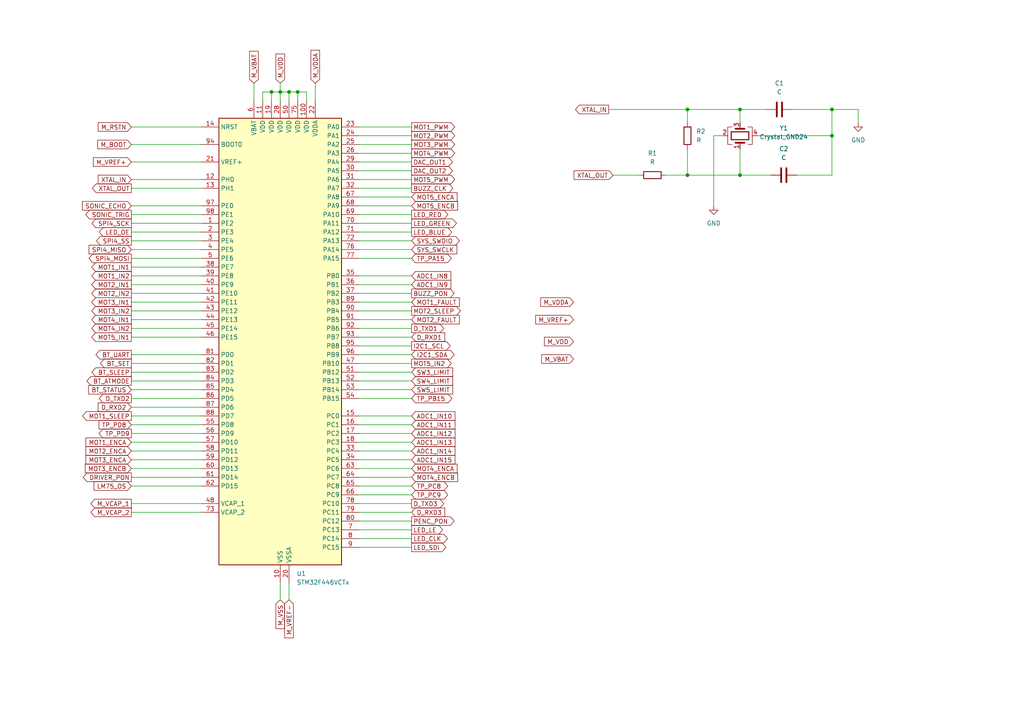
<source format=kicad_sch>
(kicad_sch (version 20230121) (generator eeschema)

  (uuid 544e77dd-46d2-4768-8786-24b7044e9305)

  (paper "A4")

  (lib_symbols
    (symbol "Device:C" (pin_numbers hide) (pin_names (offset 0.254)) (in_bom yes) (on_board yes)
      (property "Reference" "C" (at 0.635 2.54 0)
        (effects (font (size 1.27 1.27)) (justify left))
      )
      (property "Value" "C" (at 0.635 -2.54 0)
        (effects (font (size 1.27 1.27)) (justify left))
      )
      (property "Footprint" "" (at 0.9652 -3.81 0)
        (effects (font (size 1.27 1.27)) hide)
      )
      (property "Datasheet" "~" (at 0 0 0)
        (effects (font (size 1.27 1.27)) hide)
      )
      (property "ki_keywords" "cap capacitor" (at 0 0 0)
        (effects (font (size 1.27 1.27)) hide)
      )
      (property "ki_description" "Unpolarized capacitor" (at 0 0 0)
        (effects (font (size 1.27 1.27)) hide)
      )
      (property "ki_fp_filters" "C_*" (at 0 0 0)
        (effects (font (size 1.27 1.27)) hide)
      )
      (symbol "C_0_1"
        (polyline
          (pts
            (xy -2.032 -0.762)
            (xy 2.032 -0.762)
          )
          (stroke (width 0.508) (type default))
          (fill (type none))
        )
        (polyline
          (pts
            (xy -2.032 0.762)
            (xy 2.032 0.762)
          )
          (stroke (width 0.508) (type default))
          (fill (type none))
        )
      )
      (symbol "C_1_1"
        (pin passive line (at 0 3.81 270) (length 2.794)
          (name "~" (effects (font (size 1.27 1.27))))
          (number "1" (effects (font (size 1.27 1.27))))
        )
        (pin passive line (at 0 -3.81 90) (length 2.794)
          (name "~" (effects (font (size 1.27 1.27))))
          (number "2" (effects (font (size 1.27 1.27))))
        )
      )
    )
    (symbol "Device:Crystal_GND24" (pin_names (offset 1.016) hide) (in_bom yes) (on_board yes)
      (property "Reference" "Y" (at 3.175 5.08 0)
        (effects (font (size 1.27 1.27)) (justify left))
      )
      (property "Value" "Crystal_GND24" (at 3.175 3.175 0)
        (effects (font (size 1.27 1.27)) (justify left))
      )
      (property "Footprint" "" (at 0 0 0)
        (effects (font (size 1.27 1.27)) hide)
      )
      (property "Datasheet" "~" (at 0 0 0)
        (effects (font (size 1.27 1.27)) hide)
      )
      (property "ki_keywords" "quartz ceramic resonator oscillator" (at 0 0 0)
        (effects (font (size 1.27 1.27)) hide)
      )
      (property "ki_description" "Four pin crystal, GND on pins 2 and 4" (at 0 0 0)
        (effects (font (size 1.27 1.27)) hide)
      )
      (property "ki_fp_filters" "Crystal*" (at 0 0 0)
        (effects (font (size 1.27 1.27)) hide)
      )
      (symbol "Crystal_GND24_0_1"
        (rectangle (start -1.143 2.54) (end 1.143 -2.54)
          (stroke (width 0.3048) (type default))
          (fill (type none))
        )
        (polyline
          (pts
            (xy -2.54 0)
            (xy -2.032 0)
          )
          (stroke (width 0) (type default))
          (fill (type none))
        )
        (polyline
          (pts
            (xy -2.032 -1.27)
            (xy -2.032 1.27)
          )
          (stroke (width 0.508) (type default))
          (fill (type none))
        )
        (polyline
          (pts
            (xy 0 -3.81)
            (xy 0 -3.556)
          )
          (stroke (width 0) (type default))
          (fill (type none))
        )
        (polyline
          (pts
            (xy 0 3.556)
            (xy 0 3.81)
          )
          (stroke (width 0) (type default))
          (fill (type none))
        )
        (polyline
          (pts
            (xy 2.032 -1.27)
            (xy 2.032 1.27)
          )
          (stroke (width 0.508) (type default))
          (fill (type none))
        )
        (polyline
          (pts
            (xy 2.032 0)
            (xy 2.54 0)
          )
          (stroke (width 0) (type default))
          (fill (type none))
        )
        (polyline
          (pts
            (xy -2.54 -2.286)
            (xy -2.54 -3.556)
            (xy 2.54 -3.556)
            (xy 2.54 -2.286)
          )
          (stroke (width 0) (type default))
          (fill (type none))
        )
        (polyline
          (pts
            (xy -2.54 2.286)
            (xy -2.54 3.556)
            (xy 2.54 3.556)
            (xy 2.54 2.286)
          )
          (stroke (width 0) (type default))
          (fill (type none))
        )
      )
      (symbol "Crystal_GND24_1_1"
        (pin passive line (at -3.81 0 0) (length 1.27)
          (name "1" (effects (font (size 1.27 1.27))))
          (number "1" (effects (font (size 1.27 1.27))))
        )
        (pin passive line (at 0 5.08 270) (length 1.27)
          (name "2" (effects (font (size 1.27 1.27))))
          (number "2" (effects (font (size 1.27 1.27))))
        )
        (pin passive line (at 3.81 0 180) (length 1.27)
          (name "3" (effects (font (size 1.27 1.27))))
          (number "3" (effects (font (size 1.27 1.27))))
        )
        (pin passive line (at 0 -5.08 90) (length 1.27)
          (name "4" (effects (font (size 1.27 1.27))))
          (number "4" (effects (font (size 1.27 1.27))))
        )
      )
    )
    (symbol "Device:R" (pin_numbers hide) (pin_names (offset 0)) (in_bom yes) (on_board yes)
      (property "Reference" "R" (at 2.032 0 90)
        (effects (font (size 1.27 1.27)))
      )
      (property "Value" "R" (at 0 0 90)
        (effects (font (size 1.27 1.27)))
      )
      (property "Footprint" "" (at -1.778 0 90)
        (effects (font (size 1.27 1.27)) hide)
      )
      (property "Datasheet" "~" (at 0 0 0)
        (effects (font (size 1.27 1.27)) hide)
      )
      (property "ki_keywords" "R res resistor" (at 0 0 0)
        (effects (font (size 1.27 1.27)) hide)
      )
      (property "ki_description" "Resistor" (at 0 0 0)
        (effects (font (size 1.27 1.27)) hide)
      )
      (property "ki_fp_filters" "R_*" (at 0 0 0)
        (effects (font (size 1.27 1.27)) hide)
      )
      (symbol "R_0_1"
        (rectangle (start -1.016 -2.54) (end 1.016 2.54)
          (stroke (width 0.254) (type default))
          (fill (type none))
        )
      )
      (symbol "R_1_1"
        (pin passive line (at 0 3.81 270) (length 1.27)
          (name "~" (effects (font (size 1.27 1.27))))
          (number "1" (effects (font (size 1.27 1.27))))
        )
        (pin passive line (at 0 -3.81 90) (length 1.27)
          (name "~" (effects (font (size 1.27 1.27))))
          (number "2" (effects (font (size 1.27 1.27))))
        )
      )
    )
    (symbol "MCU_ST_STM32F4:STM32F446VCTx" (in_bom yes) (on_board yes)
      (property "Reference" "U" (at -17.78 67.31 0)
        (effects (font (size 1.27 1.27)) (justify left))
      )
      (property "Value" "STM32F446VCTx" (at 12.7 67.31 0)
        (effects (font (size 1.27 1.27)) (justify left))
      )
      (property "Footprint" "Package_QFP:LQFP-100_14x14mm_P0.5mm" (at -17.78 -63.5 0)
        (effects (font (size 1.27 1.27)) (justify right) hide)
      )
      (property "Datasheet" "https://www.st.com/resource/en/datasheet/stm32f446vc.pdf" (at 0 0 0)
        (effects (font (size 1.27 1.27)) hide)
      )
      (property "ki_locked" "" (at 0 0 0)
        (effects (font (size 1.27 1.27)))
      )
      (property "ki_keywords" "Arm Cortex-M4 STM32F4 STM32F446" (at 0 0 0)
        (effects (font (size 1.27 1.27)) hide)
      )
      (property "ki_description" "STMicroelectronics Arm Cortex-M4 MCU, 256KB flash, 128KB RAM, 180 MHz, 1.8-3.6V, 81 GPIO, LQFP100" (at 0 0 0)
        (effects (font (size 1.27 1.27)) hide)
      )
      (property "ki_fp_filters" "LQFP*14x14mm*P0.5mm*" (at 0 0 0)
        (effects (font (size 1.27 1.27)) hide)
      )
      (symbol "STM32F446VCTx_0_1"
        (rectangle (start -17.78 -63.5) (end 17.78 66.04)
          (stroke (width 0.254) (type default))
          (fill (type background))
        )
      )
      (symbol "STM32F446VCTx_1_1"
        (pin bidirectional line (at -22.86 35.56 0) (length 5.08)
          (name "PE2" (effects (font (size 1.27 1.27))))
          (number "1" (effects (font (size 1.27 1.27))))
          (alternate "FMC_A23" bidirectional line)
          (alternate "QUADSPI_BK1_IO2" bidirectional line)
          (alternate "SAI1_MCLK_A" bidirectional line)
          (alternate "SPI4_SCK" bidirectional line)
          (alternate "SYS_TRACECLK" bidirectional line)
        )
        (pin power_in line (at 0 -68.58 90) (length 5.08)
          (name "VSS" (effects (font (size 1.27 1.27))))
          (number "10" (effects (font (size 1.27 1.27))))
        )
        (pin power_in line (at 7.62 71.12 270) (length 5.08)
          (name "VDD" (effects (font (size 1.27 1.27))))
          (number "100" (effects (font (size 1.27 1.27))))
        )
        (pin power_in line (at -5.08 71.12 270) (length 5.08)
          (name "VDD" (effects (font (size 1.27 1.27))))
          (number "11" (effects (font (size 1.27 1.27))))
        )
        (pin bidirectional line (at -22.86 48.26 0) (length 5.08)
          (name "PH0" (effects (font (size 1.27 1.27))))
          (number "12" (effects (font (size 1.27 1.27))))
          (alternate "RCC_OSC_IN" bidirectional line)
        )
        (pin bidirectional line (at -22.86 45.72 0) (length 5.08)
          (name "PH1" (effects (font (size 1.27 1.27))))
          (number "13" (effects (font (size 1.27 1.27))))
          (alternate "RCC_OSC_OUT" bidirectional line)
        )
        (pin input line (at -22.86 63.5 0) (length 5.08)
          (name "NRST" (effects (font (size 1.27 1.27))))
          (number "14" (effects (font (size 1.27 1.27))))
        )
        (pin bidirectional line (at 22.86 -20.32 180) (length 5.08)
          (name "PC0" (effects (font (size 1.27 1.27))))
          (number "15" (effects (font (size 1.27 1.27))))
          (alternate "ADC1_IN10" bidirectional line)
          (alternate "ADC2_IN10" bidirectional line)
          (alternate "ADC3_IN10" bidirectional line)
          (alternate "FMC_SDNWE" bidirectional line)
          (alternate "SAI1_MCLK_B" bidirectional line)
          (alternate "USB_OTG_HS_ULPI_STP" bidirectional line)
        )
        (pin bidirectional line (at 22.86 -22.86 180) (length 5.08)
          (name "PC1" (effects (font (size 1.27 1.27))))
          (number "16" (effects (font (size 1.27 1.27))))
          (alternate "ADC1_IN11" bidirectional line)
          (alternate "ADC2_IN11" bidirectional line)
          (alternate "ADC3_IN11" bidirectional line)
          (alternate "I2S2_SD" bidirectional line)
          (alternate "I2S3_SD" bidirectional line)
          (alternate "SAI1_SD_A" bidirectional line)
          (alternate "SPI2_MOSI" bidirectional line)
          (alternate "SPI3_MOSI" bidirectional line)
        )
        (pin bidirectional line (at 22.86 -25.4 180) (length 5.08)
          (name "PC2" (effects (font (size 1.27 1.27))))
          (number "17" (effects (font (size 1.27 1.27))))
          (alternate "ADC1_IN12" bidirectional line)
          (alternate "ADC2_IN12" bidirectional line)
          (alternate "ADC3_IN12" bidirectional line)
          (alternate "FMC_SDNE0" bidirectional line)
          (alternate "SPI2_MISO" bidirectional line)
          (alternate "USB_OTG_HS_ULPI_DIR" bidirectional line)
        )
        (pin bidirectional line (at 22.86 -27.94 180) (length 5.08)
          (name "PC3" (effects (font (size 1.27 1.27))))
          (number "18" (effects (font (size 1.27 1.27))))
          (alternate "ADC1_IN13" bidirectional line)
          (alternate "ADC2_IN13" bidirectional line)
          (alternate "ADC3_IN13" bidirectional line)
          (alternate "FMC_SDCKE0" bidirectional line)
          (alternate "I2S2_SD" bidirectional line)
          (alternate "SPI2_MOSI" bidirectional line)
          (alternate "USB_OTG_HS_ULPI_NXT" bidirectional line)
        )
        (pin power_in line (at -2.54 71.12 270) (length 5.08)
          (name "VDD" (effects (font (size 1.27 1.27))))
          (number "19" (effects (font (size 1.27 1.27))))
        )
        (pin bidirectional line (at -22.86 33.02 0) (length 5.08)
          (name "PE3" (effects (font (size 1.27 1.27))))
          (number "2" (effects (font (size 1.27 1.27))))
          (alternate "FMC_A19" bidirectional line)
          (alternate "SAI1_SD_B" bidirectional line)
          (alternate "SYS_TRACED0" bidirectional line)
        )
        (pin power_in line (at 2.54 -68.58 90) (length 5.08)
          (name "VSSA" (effects (font (size 1.27 1.27))))
          (number "20" (effects (font (size 1.27 1.27))))
        )
        (pin input line (at -22.86 53.34 0) (length 5.08)
          (name "VREF+" (effects (font (size 1.27 1.27))))
          (number "21" (effects (font (size 1.27 1.27))))
        )
        (pin power_in line (at 10.16 71.12 270) (length 5.08)
          (name "VDDA" (effects (font (size 1.27 1.27))))
          (number "22" (effects (font (size 1.27 1.27))))
        )
        (pin bidirectional line (at 22.86 63.5 180) (length 5.08)
          (name "PA0" (effects (font (size 1.27 1.27))))
          (number "23" (effects (font (size 1.27 1.27))))
          (alternate "ADC1_IN0" bidirectional line)
          (alternate "ADC2_IN0" bidirectional line)
          (alternate "ADC3_IN0" bidirectional line)
          (alternate "RTC_AF2" bidirectional line)
          (alternate "SYS_WKUP0" bidirectional line)
          (alternate "TIM2_CH1" bidirectional line)
          (alternate "TIM2_ETR" bidirectional line)
          (alternate "TIM5_CH1" bidirectional line)
          (alternate "TIM8_ETR" bidirectional line)
          (alternate "UART4_TX" bidirectional line)
          (alternate "USART2_CTS" bidirectional line)
        )
        (pin bidirectional line (at 22.86 60.96 180) (length 5.08)
          (name "PA1" (effects (font (size 1.27 1.27))))
          (number "24" (effects (font (size 1.27 1.27))))
          (alternate "ADC1_IN1" bidirectional line)
          (alternate "ADC2_IN1" bidirectional line)
          (alternate "ADC3_IN1" bidirectional line)
          (alternate "QUADSPI_BK1_IO3" bidirectional line)
          (alternate "SAI2_MCLK_B" bidirectional line)
          (alternate "TIM2_CH2" bidirectional line)
          (alternate "TIM5_CH2" bidirectional line)
          (alternate "UART4_RX" bidirectional line)
          (alternate "USART2_RTS" bidirectional line)
        )
        (pin bidirectional line (at 22.86 58.42 180) (length 5.08)
          (name "PA2" (effects (font (size 1.27 1.27))))
          (number "25" (effects (font (size 1.27 1.27))))
          (alternate "ADC1_IN2" bidirectional line)
          (alternate "ADC2_IN2" bidirectional line)
          (alternate "ADC3_IN2" bidirectional line)
          (alternate "SAI2_SCK_B" bidirectional line)
          (alternate "TIM2_CH3" bidirectional line)
          (alternate "TIM5_CH3" bidirectional line)
          (alternate "TIM9_CH1" bidirectional line)
          (alternate "USART2_TX" bidirectional line)
        )
        (pin bidirectional line (at 22.86 55.88 180) (length 5.08)
          (name "PA3" (effects (font (size 1.27 1.27))))
          (number "26" (effects (font (size 1.27 1.27))))
          (alternate "ADC1_IN3" bidirectional line)
          (alternate "ADC2_IN3" bidirectional line)
          (alternate "ADC3_IN3" bidirectional line)
          (alternate "SAI1_FS_A" bidirectional line)
          (alternate "TIM2_CH4" bidirectional line)
          (alternate "TIM5_CH4" bidirectional line)
          (alternate "TIM9_CH2" bidirectional line)
          (alternate "USART2_RX" bidirectional line)
          (alternate "USB_OTG_HS_ULPI_D0" bidirectional line)
        )
        (pin passive line (at 0 -68.58 90) (length 5.08) hide
          (name "VSS" (effects (font (size 1.27 1.27))))
          (number "27" (effects (font (size 1.27 1.27))))
        )
        (pin power_in line (at 0 71.12 270) (length 5.08)
          (name "VDD" (effects (font (size 1.27 1.27))))
          (number "28" (effects (font (size 1.27 1.27))))
        )
        (pin bidirectional line (at 22.86 53.34 180) (length 5.08)
          (name "PA4" (effects (font (size 1.27 1.27))))
          (number "29" (effects (font (size 1.27 1.27))))
          (alternate "ADC1_IN4" bidirectional line)
          (alternate "ADC2_IN4" bidirectional line)
          (alternate "DAC_OUT1" bidirectional line)
          (alternate "DCMI_HSYNC" bidirectional line)
          (alternate "I2S1_WS" bidirectional line)
          (alternate "I2S3_WS" bidirectional line)
          (alternate "SPI1_NSS" bidirectional line)
          (alternate "SPI3_NSS" bidirectional line)
          (alternate "USART2_CK" bidirectional line)
          (alternate "USB_OTG_HS_SOF" bidirectional line)
        )
        (pin bidirectional line (at -22.86 30.48 0) (length 5.08)
          (name "PE4" (effects (font (size 1.27 1.27))))
          (number "3" (effects (font (size 1.27 1.27))))
          (alternate "DCMI_D4" bidirectional line)
          (alternate "FMC_A20" bidirectional line)
          (alternate "SAI1_FS_A" bidirectional line)
          (alternate "SPI4_NSS" bidirectional line)
          (alternate "SYS_TRACED1" bidirectional line)
        )
        (pin bidirectional line (at 22.86 50.8 180) (length 5.08)
          (name "PA5" (effects (font (size 1.27 1.27))))
          (number "30" (effects (font (size 1.27 1.27))))
          (alternate "ADC1_IN5" bidirectional line)
          (alternate "ADC2_IN5" bidirectional line)
          (alternate "DAC_OUT2" bidirectional line)
          (alternate "I2S1_CK" bidirectional line)
          (alternate "SPI1_SCK" bidirectional line)
          (alternate "TIM2_CH1" bidirectional line)
          (alternate "TIM2_ETR" bidirectional line)
          (alternate "TIM8_CH1N" bidirectional line)
          (alternate "USB_OTG_HS_ULPI_CK" bidirectional line)
        )
        (pin bidirectional line (at 22.86 48.26 180) (length 5.08)
          (name "PA6" (effects (font (size 1.27 1.27))))
          (number "31" (effects (font (size 1.27 1.27))))
          (alternate "ADC1_IN6" bidirectional line)
          (alternate "ADC2_IN6" bidirectional line)
          (alternate "DCMI_PIXCLK" bidirectional line)
          (alternate "I2S2_MCK" bidirectional line)
          (alternate "SPI1_MISO" bidirectional line)
          (alternate "TIM13_CH1" bidirectional line)
          (alternate "TIM1_BKIN" bidirectional line)
          (alternate "TIM3_CH1" bidirectional line)
          (alternate "TIM8_BKIN" bidirectional line)
        )
        (pin bidirectional line (at 22.86 45.72 180) (length 5.08)
          (name "PA7" (effects (font (size 1.27 1.27))))
          (number "32" (effects (font (size 1.27 1.27))))
          (alternate "ADC1_IN7" bidirectional line)
          (alternate "ADC2_IN7" bidirectional line)
          (alternate "FMC_SDNWE" bidirectional line)
          (alternate "I2S1_SD" bidirectional line)
          (alternate "SPI1_MOSI" bidirectional line)
          (alternate "TIM14_CH1" bidirectional line)
          (alternate "TIM1_CH1N" bidirectional line)
          (alternate "TIM3_CH2" bidirectional line)
          (alternate "TIM8_CH1N" bidirectional line)
        )
        (pin bidirectional line (at 22.86 -30.48 180) (length 5.08)
          (name "PC4" (effects (font (size 1.27 1.27))))
          (number "33" (effects (font (size 1.27 1.27))))
          (alternate "ADC1_IN14" bidirectional line)
          (alternate "ADC2_IN14" bidirectional line)
          (alternate "FMC_SDNE0" bidirectional line)
          (alternate "I2S1_MCK" bidirectional line)
          (alternate "SPDIFRX_IN2" bidirectional line)
        )
        (pin bidirectional line (at 22.86 -33.02 180) (length 5.08)
          (name "PC5" (effects (font (size 1.27 1.27))))
          (number "34" (effects (font (size 1.27 1.27))))
          (alternate "ADC1_IN15" bidirectional line)
          (alternate "ADC2_IN15" bidirectional line)
          (alternate "FMC_SDCKE0" bidirectional line)
          (alternate "SPDIFRX_IN3" bidirectional line)
          (alternate "USART3_RX" bidirectional line)
        )
        (pin bidirectional line (at 22.86 20.32 180) (length 5.08)
          (name "PB0" (effects (font (size 1.27 1.27))))
          (number "35" (effects (font (size 1.27 1.27))))
          (alternate "ADC1_IN8" bidirectional line)
          (alternate "ADC2_IN8" bidirectional line)
          (alternate "I2S3_SD" bidirectional line)
          (alternate "SDIO_D1" bidirectional line)
          (alternate "SPI3_MOSI" bidirectional line)
          (alternate "TIM1_CH2N" bidirectional line)
          (alternate "TIM3_CH3" bidirectional line)
          (alternate "TIM8_CH2N" bidirectional line)
          (alternate "UART4_CTS" bidirectional line)
          (alternate "USB_OTG_HS_ULPI_D1" bidirectional line)
        )
        (pin bidirectional line (at 22.86 17.78 180) (length 5.08)
          (name "PB1" (effects (font (size 1.27 1.27))))
          (number "36" (effects (font (size 1.27 1.27))))
          (alternate "ADC1_IN9" bidirectional line)
          (alternate "ADC2_IN9" bidirectional line)
          (alternate "SDIO_D2" bidirectional line)
          (alternate "TIM1_CH3N" bidirectional line)
          (alternate "TIM3_CH4" bidirectional line)
          (alternate "TIM8_CH3N" bidirectional line)
          (alternate "USB_OTG_HS_ULPI_D2" bidirectional line)
        )
        (pin bidirectional line (at 22.86 15.24 180) (length 5.08)
          (name "PB2" (effects (font (size 1.27 1.27))))
          (number "37" (effects (font (size 1.27 1.27))))
          (alternate "I2S3_SD" bidirectional line)
          (alternate "QUADSPI_CLK" bidirectional line)
          (alternate "SAI1_SD_A" bidirectional line)
          (alternate "SDIO_CK" bidirectional line)
          (alternate "SPI3_MOSI" bidirectional line)
          (alternate "TIM2_CH4" bidirectional line)
          (alternate "USB_OTG_HS_ULPI_D4" bidirectional line)
        )
        (pin bidirectional line (at -22.86 22.86 0) (length 5.08)
          (name "PE7" (effects (font (size 1.27 1.27))))
          (number "38" (effects (font (size 1.27 1.27))))
          (alternate "FMC_D4" bidirectional line)
          (alternate "FMC_DA4" bidirectional line)
          (alternate "QUADSPI_BK2_IO0" bidirectional line)
          (alternate "TIM1_ETR" bidirectional line)
          (alternate "UART5_RX" bidirectional line)
        )
        (pin bidirectional line (at -22.86 20.32 0) (length 5.08)
          (name "PE8" (effects (font (size 1.27 1.27))))
          (number "39" (effects (font (size 1.27 1.27))))
          (alternate "FMC_D5" bidirectional line)
          (alternate "FMC_DA5" bidirectional line)
          (alternate "QUADSPI_BK2_IO1" bidirectional line)
          (alternate "TIM1_CH1N" bidirectional line)
          (alternate "UART5_TX" bidirectional line)
        )
        (pin bidirectional line (at -22.86 27.94 0) (length 5.08)
          (name "PE5" (effects (font (size 1.27 1.27))))
          (number "4" (effects (font (size 1.27 1.27))))
          (alternate "DCMI_D6" bidirectional line)
          (alternate "FMC_A21" bidirectional line)
          (alternate "SAI1_SCK_A" bidirectional line)
          (alternate "SPI4_MISO" bidirectional line)
          (alternate "SYS_TRACED2" bidirectional line)
          (alternate "TIM9_CH1" bidirectional line)
        )
        (pin bidirectional line (at -22.86 17.78 0) (length 5.08)
          (name "PE9" (effects (font (size 1.27 1.27))))
          (number "40" (effects (font (size 1.27 1.27))))
          (alternate "DAC_EXTI9" bidirectional line)
          (alternate "FMC_D6" bidirectional line)
          (alternate "FMC_DA6" bidirectional line)
          (alternate "QUADSPI_BK2_IO2" bidirectional line)
          (alternate "TIM1_CH1" bidirectional line)
        )
        (pin bidirectional line (at -22.86 15.24 0) (length 5.08)
          (name "PE10" (effects (font (size 1.27 1.27))))
          (number "41" (effects (font (size 1.27 1.27))))
          (alternate "FMC_D7" bidirectional line)
          (alternate "FMC_DA7" bidirectional line)
          (alternate "QUADSPI_BK2_IO3" bidirectional line)
          (alternate "TIM1_CH2N" bidirectional line)
        )
        (pin bidirectional line (at -22.86 12.7 0) (length 5.08)
          (name "PE11" (effects (font (size 1.27 1.27))))
          (number "42" (effects (font (size 1.27 1.27))))
          (alternate "ADC1_EXTI11" bidirectional line)
          (alternate "ADC2_EXTI11" bidirectional line)
          (alternate "ADC3_EXTI11" bidirectional line)
          (alternate "FMC_D8" bidirectional line)
          (alternate "FMC_DA8" bidirectional line)
          (alternate "SAI2_SD_B" bidirectional line)
          (alternate "SPI4_NSS" bidirectional line)
          (alternate "TIM1_CH2" bidirectional line)
        )
        (pin bidirectional line (at -22.86 10.16 0) (length 5.08)
          (name "PE12" (effects (font (size 1.27 1.27))))
          (number "43" (effects (font (size 1.27 1.27))))
          (alternate "FMC_D9" bidirectional line)
          (alternate "FMC_DA9" bidirectional line)
          (alternate "SAI2_SCK_B" bidirectional line)
          (alternate "SPI4_SCK" bidirectional line)
          (alternate "TIM1_CH3N" bidirectional line)
        )
        (pin bidirectional line (at -22.86 7.62 0) (length 5.08)
          (name "PE13" (effects (font (size 1.27 1.27))))
          (number "44" (effects (font (size 1.27 1.27))))
          (alternate "FMC_D10" bidirectional line)
          (alternate "FMC_DA10" bidirectional line)
          (alternate "SAI2_FS_B" bidirectional line)
          (alternate "SPI4_MISO" bidirectional line)
          (alternate "TIM1_CH3" bidirectional line)
        )
        (pin bidirectional line (at -22.86 5.08 0) (length 5.08)
          (name "PE14" (effects (font (size 1.27 1.27))))
          (number "45" (effects (font (size 1.27 1.27))))
          (alternate "FMC_D11" bidirectional line)
          (alternate "FMC_DA11" bidirectional line)
          (alternate "SAI2_MCLK_B" bidirectional line)
          (alternate "SPI4_MOSI" bidirectional line)
          (alternate "TIM1_CH4" bidirectional line)
        )
        (pin bidirectional line (at -22.86 2.54 0) (length 5.08)
          (name "PE15" (effects (font (size 1.27 1.27))))
          (number "46" (effects (font (size 1.27 1.27))))
          (alternate "ADC1_EXTI15" bidirectional line)
          (alternate "ADC2_EXTI15" bidirectional line)
          (alternate "ADC3_EXTI15" bidirectional line)
          (alternate "FMC_D12" bidirectional line)
          (alternate "FMC_DA12" bidirectional line)
          (alternate "TIM1_BKIN" bidirectional line)
        )
        (pin bidirectional line (at 22.86 -5.08 180) (length 5.08)
          (name "PB10" (effects (font (size 1.27 1.27))))
          (number "47" (effects (font (size 1.27 1.27))))
          (alternate "I2C2_SCL" bidirectional line)
          (alternate "I2S2_CK" bidirectional line)
          (alternate "SAI1_SCK_A" bidirectional line)
          (alternate "SPI2_SCK" bidirectional line)
          (alternate "TIM2_CH3" bidirectional line)
          (alternate "USART3_TX" bidirectional line)
          (alternate "USB_OTG_HS_ULPI_D3" bidirectional line)
        )
        (pin power_out line (at -22.86 -45.72 0) (length 5.08)
          (name "VCAP_1" (effects (font (size 1.27 1.27))))
          (number "48" (effects (font (size 1.27 1.27))))
        )
        (pin passive line (at 0 -68.58 90) (length 5.08) hide
          (name "VSS" (effects (font (size 1.27 1.27))))
          (number "49" (effects (font (size 1.27 1.27))))
        )
        (pin bidirectional line (at -22.86 25.4 0) (length 5.08)
          (name "PE6" (effects (font (size 1.27 1.27))))
          (number "5" (effects (font (size 1.27 1.27))))
          (alternate "DCMI_D7" bidirectional line)
          (alternate "FMC_A22" bidirectional line)
          (alternate "SAI1_SD_A" bidirectional line)
          (alternate "SPI4_MOSI" bidirectional line)
          (alternate "SYS_TRACED3" bidirectional line)
          (alternate "TIM9_CH2" bidirectional line)
        )
        (pin power_in line (at 2.54 71.12 270) (length 5.08)
          (name "VDD" (effects (font (size 1.27 1.27))))
          (number "50" (effects (font (size 1.27 1.27))))
        )
        (pin bidirectional line (at 22.86 -7.62 180) (length 5.08)
          (name "PB12" (effects (font (size 1.27 1.27))))
          (number "51" (effects (font (size 1.27 1.27))))
          (alternate "CAN2_RX" bidirectional line)
          (alternate "I2C2_SMBA" bidirectional line)
          (alternate "I2S2_WS" bidirectional line)
          (alternate "SAI1_SCK_B" bidirectional line)
          (alternate "SPI2_NSS" bidirectional line)
          (alternate "TIM1_BKIN" bidirectional line)
          (alternate "USART3_CK" bidirectional line)
          (alternate "USB_OTG_HS_ID" bidirectional line)
          (alternate "USB_OTG_HS_ULPI_D5" bidirectional line)
        )
        (pin bidirectional line (at 22.86 -10.16 180) (length 5.08)
          (name "PB13" (effects (font (size 1.27 1.27))))
          (number "52" (effects (font (size 1.27 1.27))))
          (alternate "CAN2_TX" bidirectional line)
          (alternate "I2S2_CK" bidirectional line)
          (alternate "SPI2_SCK" bidirectional line)
          (alternate "TIM1_CH1N" bidirectional line)
          (alternate "USART3_CTS" bidirectional line)
          (alternate "USB_OTG_HS_ULPI_D6" bidirectional line)
          (alternate "USB_OTG_HS_VBUS" bidirectional line)
        )
        (pin bidirectional line (at 22.86 -12.7 180) (length 5.08)
          (name "PB14" (effects (font (size 1.27 1.27))))
          (number "53" (effects (font (size 1.27 1.27))))
          (alternate "SPI2_MISO" bidirectional line)
          (alternate "TIM12_CH1" bidirectional line)
          (alternate "TIM1_CH2N" bidirectional line)
          (alternate "TIM8_CH2N" bidirectional line)
          (alternate "USART3_RTS" bidirectional line)
          (alternate "USB_OTG_HS_DM" bidirectional line)
        )
        (pin bidirectional line (at 22.86 -15.24 180) (length 5.08)
          (name "PB15" (effects (font (size 1.27 1.27))))
          (number "54" (effects (font (size 1.27 1.27))))
          (alternate "ADC1_EXTI15" bidirectional line)
          (alternate "ADC2_EXTI15" bidirectional line)
          (alternate "ADC3_EXTI15" bidirectional line)
          (alternate "I2S2_SD" bidirectional line)
          (alternate "RTC_REFIN" bidirectional line)
          (alternate "SPI2_MOSI" bidirectional line)
          (alternate "TIM12_CH2" bidirectional line)
          (alternate "TIM1_CH3N" bidirectional line)
          (alternate "TIM8_CH3N" bidirectional line)
          (alternate "USB_OTG_HS_DP" bidirectional line)
        )
        (pin bidirectional line (at -22.86 -22.86 0) (length 5.08)
          (name "PD8" (effects (font (size 1.27 1.27))))
          (number "55" (effects (font (size 1.27 1.27))))
          (alternate "FMC_D13" bidirectional line)
          (alternate "FMC_DA13" bidirectional line)
          (alternate "SPDIFRX_IN1" bidirectional line)
          (alternate "USART3_TX" bidirectional line)
        )
        (pin bidirectional line (at -22.86 -25.4 0) (length 5.08)
          (name "PD9" (effects (font (size 1.27 1.27))))
          (number "56" (effects (font (size 1.27 1.27))))
          (alternate "DAC_EXTI9" bidirectional line)
          (alternate "FMC_D14" bidirectional line)
          (alternate "FMC_DA14" bidirectional line)
          (alternate "USART3_RX" bidirectional line)
        )
        (pin bidirectional line (at -22.86 -27.94 0) (length 5.08)
          (name "PD10" (effects (font (size 1.27 1.27))))
          (number "57" (effects (font (size 1.27 1.27))))
          (alternate "FMC_D15" bidirectional line)
          (alternate "FMC_DA15" bidirectional line)
          (alternate "USART3_CK" bidirectional line)
        )
        (pin bidirectional line (at -22.86 -30.48 0) (length 5.08)
          (name "PD11" (effects (font (size 1.27 1.27))))
          (number "58" (effects (font (size 1.27 1.27))))
          (alternate "ADC1_EXTI11" bidirectional line)
          (alternate "ADC2_EXTI11" bidirectional line)
          (alternate "ADC3_EXTI11" bidirectional line)
          (alternate "FMC_A16" bidirectional line)
          (alternate "FMPI2C1_SMBA" bidirectional line)
          (alternate "QUADSPI_BK1_IO0" bidirectional line)
          (alternate "SAI2_SD_A" bidirectional line)
          (alternate "USART3_CTS" bidirectional line)
        )
        (pin bidirectional line (at -22.86 -33.02 0) (length 5.08)
          (name "PD12" (effects (font (size 1.27 1.27))))
          (number "59" (effects (font (size 1.27 1.27))))
          (alternate "FMC_A17" bidirectional line)
          (alternate "FMPI2C1_SCL" bidirectional line)
          (alternate "QUADSPI_BK1_IO1" bidirectional line)
          (alternate "SAI2_FS_A" bidirectional line)
          (alternate "TIM4_CH1" bidirectional line)
          (alternate "USART3_RTS" bidirectional line)
        )
        (pin power_in line (at -7.62 71.12 270) (length 5.08)
          (name "VBAT" (effects (font (size 1.27 1.27))))
          (number "6" (effects (font (size 1.27 1.27))))
        )
        (pin bidirectional line (at -22.86 -35.56 0) (length 5.08)
          (name "PD13" (effects (font (size 1.27 1.27))))
          (number "60" (effects (font (size 1.27 1.27))))
          (alternate "FMC_A18" bidirectional line)
          (alternate "FMPI2C1_SDA" bidirectional line)
          (alternate "QUADSPI_BK1_IO3" bidirectional line)
          (alternate "SAI2_SCK_A" bidirectional line)
          (alternate "TIM4_CH2" bidirectional line)
        )
        (pin bidirectional line (at -22.86 -38.1 0) (length 5.08)
          (name "PD14" (effects (font (size 1.27 1.27))))
          (number "61" (effects (font (size 1.27 1.27))))
          (alternate "FMC_D0" bidirectional line)
          (alternate "FMC_DA0" bidirectional line)
          (alternate "FMPI2C1_SCL" bidirectional line)
          (alternate "SAI2_SCK_A" bidirectional line)
          (alternate "TIM4_CH3" bidirectional line)
        )
        (pin bidirectional line (at -22.86 -40.64 0) (length 5.08)
          (name "PD15" (effects (font (size 1.27 1.27))))
          (number "62" (effects (font (size 1.27 1.27))))
          (alternate "ADC1_EXTI15" bidirectional line)
          (alternate "ADC2_EXTI15" bidirectional line)
          (alternate "ADC3_EXTI15" bidirectional line)
          (alternate "FMC_D1" bidirectional line)
          (alternate "FMC_DA1" bidirectional line)
          (alternate "FMPI2C1_SDA" bidirectional line)
          (alternate "TIM4_CH4" bidirectional line)
        )
        (pin bidirectional line (at 22.86 -35.56 180) (length 5.08)
          (name "PC6" (effects (font (size 1.27 1.27))))
          (number "63" (effects (font (size 1.27 1.27))))
          (alternate "DCMI_D0" bidirectional line)
          (alternate "FMPI2C1_SCL" bidirectional line)
          (alternate "I2S2_MCK" bidirectional line)
          (alternate "SDIO_D6" bidirectional line)
          (alternate "TIM3_CH1" bidirectional line)
          (alternate "TIM8_CH1" bidirectional line)
          (alternate "USART6_TX" bidirectional line)
        )
        (pin bidirectional line (at 22.86 -38.1 180) (length 5.08)
          (name "PC7" (effects (font (size 1.27 1.27))))
          (number "64" (effects (font (size 1.27 1.27))))
          (alternate "DCMI_D1" bidirectional line)
          (alternate "FMPI2C1_SDA" bidirectional line)
          (alternate "I2S2_CK" bidirectional line)
          (alternate "I2S3_MCK" bidirectional line)
          (alternate "SDIO_D7" bidirectional line)
          (alternate "SPDIFRX_IN1" bidirectional line)
          (alternate "SPI2_SCK" bidirectional line)
          (alternate "TIM3_CH2" bidirectional line)
          (alternate "TIM8_CH2" bidirectional line)
          (alternate "USART6_RX" bidirectional line)
        )
        (pin bidirectional line (at 22.86 -40.64 180) (length 5.08)
          (name "PC8" (effects (font (size 1.27 1.27))))
          (number "65" (effects (font (size 1.27 1.27))))
          (alternate "DCMI_D2" bidirectional line)
          (alternate "SDIO_D0" bidirectional line)
          (alternate "SYS_TRACED0" bidirectional line)
          (alternate "TIM3_CH3" bidirectional line)
          (alternate "TIM8_CH3" bidirectional line)
          (alternate "UART5_RTS" bidirectional line)
          (alternate "USART6_CK" bidirectional line)
        )
        (pin bidirectional line (at 22.86 -43.18 180) (length 5.08)
          (name "PC9" (effects (font (size 1.27 1.27))))
          (number "66" (effects (font (size 1.27 1.27))))
          (alternate "DAC_EXTI9" bidirectional line)
          (alternate "DCMI_D3" bidirectional line)
          (alternate "I2C3_SDA" bidirectional line)
          (alternate "I2S_CKIN" bidirectional line)
          (alternate "QUADSPI_BK1_IO0" bidirectional line)
          (alternate "RCC_MCO_2" bidirectional line)
          (alternate "SDIO_D1" bidirectional line)
          (alternate "TIM3_CH4" bidirectional line)
          (alternate "TIM8_CH4" bidirectional line)
          (alternate "UART5_CTS" bidirectional line)
        )
        (pin bidirectional line (at 22.86 43.18 180) (length 5.08)
          (name "PA8" (effects (font (size 1.27 1.27))))
          (number "67" (effects (font (size 1.27 1.27))))
          (alternate "I2C3_SCL" bidirectional line)
          (alternate "RCC_MCO_1" bidirectional line)
          (alternate "TIM1_CH1" bidirectional line)
          (alternate "USART1_CK" bidirectional line)
          (alternate "USB_OTG_FS_SOF" bidirectional line)
        )
        (pin bidirectional line (at 22.86 40.64 180) (length 5.08)
          (name "PA9" (effects (font (size 1.27 1.27))))
          (number "68" (effects (font (size 1.27 1.27))))
          (alternate "DAC_EXTI9" bidirectional line)
          (alternate "DCMI_D0" bidirectional line)
          (alternate "I2C3_SMBA" bidirectional line)
          (alternate "I2S2_CK" bidirectional line)
          (alternate "SAI1_SD_B" bidirectional line)
          (alternate "SPI2_SCK" bidirectional line)
          (alternate "TIM1_CH2" bidirectional line)
          (alternate "USART1_TX" bidirectional line)
          (alternate "USB_OTG_FS_VBUS" bidirectional line)
        )
        (pin bidirectional line (at 22.86 38.1 180) (length 5.08)
          (name "PA10" (effects (font (size 1.27 1.27))))
          (number "69" (effects (font (size 1.27 1.27))))
          (alternate "DCMI_D1" bidirectional line)
          (alternate "TIM1_CH3" bidirectional line)
          (alternate "USART1_RX" bidirectional line)
          (alternate "USB_OTG_FS_ID" bidirectional line)
        )
        (pin bidirectional line (at 22.86 -53.34 180) (length 5.08)
          (name "PC13" (effects (font (size 1.27 1.27))))
          (number "7" (effects (font (size 1.27 1.27))))
          (alternate "RTC_AF1" bidirectional line)
          (alternate "SYS_WKUP1" bidirectional line)
        )
        (pin bidirectional line (at 22.86 35.56 180) (length 5.08)
          (name "PA11" (effects (font (size 1.27 1.27))))
          (number "70" (effects (font (size 1.27 1.27))))
          (alternate "ADC1_EXTI11" bidirectional line)
          (alternate "ADC2_EXTI11" bidirectional line)
          (alternate "ADC3_EXTI11" bidirectional line)
          (alternate "CAN1_RX" bidirectional line)
          (alternate "TIM1_CH4" bidirectional line)
          (alternate "USART1_CTS" bidirectional line)
          (alternate "USB_OTG_FS_DM" bidirectional line)
        )
        (pin bidirectional line (at 22.86 33.02 180) (length 5.08)
          (name "PA12" (effects (font (size 1.27 1.27))))
          (number "71" (effects (font (size 1.27 1.27))))
          (alternate "CAN1_TX" bidirectional line)
          (alternate "SAI2_FS_B" bidirectional line)
          (alternate "TIM1_ETR" bidirectional line)
          (alternate "USART1_RTS" bidirectional line)
          (alternate "USB_OTG_FS_DP" bidirectional line)
        )
        (pin bidirectional line (at 22.86 30.48 180) (length 5.08)
          (name "PA13" (effects (font (size 1.27 1.27))))
          (number "72" (effects (font (size 1.27 1.27))))
          (alternate "SYS_JTMS-SWDIO" bidirectional line)
        )
        (pin power_out line (at -22.86 -48.26 0) (length 5.08)
          (name "VCAP_2" (effects (font (size 1.27 1.27))))
          (number "73" (effects (font (size 1.27 1.27))))
        )
        (pin passive line (at 0 -68.58 90) (length 5.08) hide
          (name "VSS" (effects (font (size 1.27 1.27))))
          (number "74" (effects (font (size 1.27 1.27))))
        )
        (pin power_in line (at 5.08 71.12 270) (length 5.08)
          (name "VDD" (effects (font (size 1.27 1.27))))
          (number "75" (effects (font (size 1.27 1.27))))
        )
        (pin bidirectional line (at 22.86 27.94 180) (length 5.08)
          (name "PA14" (effects (font (size 1.27 1.27))))
          (number "76" (effects (font (size 1.27 1.27))))
          (alternate "SYS_JTCK-SWCLK" bidirectional line)
        )
        (pin bidirectional line (at 22.86 25.4 180) (length 5.08)
          (name "PA15" (effects (font (size 1.27 1.27))))
          (number "77" (effects (font (size 1.27 1.27))))
          (alternate "ADC1_EXTI15" bidirectional line)
          (alternate "ADC2_EXTI15" bidirectional line)
          (alternate "ADC3_EXTI15" bidirectional line)
          (alternate "CEC" bidirectional line)
          (alternate "I2S1_WS" bidirectional line)
          (alternate "I2S3_WS" bidirectional line)
          (alternate "SPI1_NSS" bidirectional line)
          (alternate "SPI3_NSS" bidirectional line)
          (alternate "SYS_JTDI" bidirectional line)
          (alternate "TIM2_CH1" bidirectional line)
          (alternate "TIM2_ETR" bidirectional line)
          (alternate "UART4_RTS" bidirectional line)
        )
        (pin bidirectional line (at 22.86 -45.72 180) (length 5.08)
          (name "PC10" (effects (font (size 1.27 1.27))))
          (number "78" (effects (font (size 1.27 1.27))))
          (alternate "DCMI_D8" bidirectional line)
          (alternate "I2S3_CK" bidirectional line)
          (alternate "QUADSPI_BK1_IO1" bidirectional line)
          (alternate "SDIO_D2" bidirectional line)
          (alternate "SPI3_SCK" bidirectional line)
          (alternate "UART4_TX" bidirectional line)
          (alternate "USART3_TX" bidirectional line)
        )
        (pin bidirectional line (at 22.86 -48.26 180) (length 5.08)
          (name "PC11" (effects (font (size 1.27 1.27))))
          (number "79" (effects (font (size 1.27 1.27))))
          (alternate "ADC1_EXTI11" bidirectional line)
          (alternate "ADC2_EXTI11" bidirectional line)
          (alternate "ADC3_EXTI11" bidirectional line)
          (alternate "DCMI_D4" bidirectional line)
          (alternate "QUADSPI_BK2_NCS" bidirectional line)
          (alternate "SDIO_D3" bidirectional line)
          (alternate "SPI3_MISO" bidirectional line)
          (alternate "UART4_RX" bidirectional line)
          (alternate "USART3_RX" bidirectional line)
        )
        (pin bidirectional line (at 22.86 -55.88 180) (length 5.08)
          (name "PC14" (effects (font (size 1.27 1.27))))
          (number "8" (effects (font (size 1.27 1.27))))
          (alternate "RCC_OSC32_IN" bidirectional line)
        )
        (pin bidirectional line (at 22.86 -50.8 180) (length 5.08)
          (name "PC12" (effects (font (size 1.27 1.27))))
          (number "80" (effects (font (size 1.27 1.27))))
          (alternate "DCMI_D9" bidirectional line)
          (alternate "I2C2_SDA" bidirectional line)
          (alternate "I2S3_SD" bidirectional line)
          (alternate "SDIO_CK" bidirectional line)
          (alternate "SPI3_MOSI" bidirectional line)
          (alternate "UART5_TX" bidirectional line)
          (alternate "USART3_CK" bidirectional line)
        )
        (pin bidirectional line (at -22.86 -2.54 0) (length 5.08)
          (name "PD0" (effects (font (size 1.27 1.27))))
          (number "81" (effects (font (size 1.27 1.27))))
          (alternate "CAN1_RX" bidirectional line)
          (alternate "FMC_D2" bidirectional line)
          (alternate "FMC_DA2" bidirectional line)
          (alternate "I2S3_SD" bidirectional line)
          (alternate "SPI3_MOSI" bidirectional line)
          (alternate "SPI4_MISO" bidirectional line)
        )
        (pin bidirectional line (at -22.86 -5.08 0) (length 5.08)
          (name "PD1" (effects (font (size 1.27 1.27))))
          (number "82" (effects (font (size 1.27 1.27))))
          (alternate "CAN1_TX" bidirectional line)
          (alternate "FMC_D3" bidirectional line)
          (alternate "FMC_DA3" bidirectional line)
          (alternate "I2S2_WS" bidirectional line)
          (alternate "SPI2_NSS" bidirectional line)
        )
        (pin bidirectional line (at -22.86 -7.62 0) (length 5.08)
          (name "PD2" (effects (font (size 1.27 1.27))))
          (number "83" (effects (font (size 1.27 1.27))))
          (alternate "DCMI_D11" bidirectional line)
          (alternate "SDIO_CMD" bidirectional line)
          (alternate "TIM3_ETR" bidirectional line)
          (alternate "UART5_RX" bidirectional line)
        )
        (pin bidirectional line (at -22.86 -10.16 0) (length 5.08)
          (name "PD3" (effects (font (size 1.27 1.27))))
          (number "84" (effects (font (size 1.27 1.27))))
          (alternate "DCMI_D5" bidirectional line)
          (alternate "FMC_CLK" bidirectional line)
          (alternate "I2S2_CK" bidirectional line)
          (alternate "QUADSPI_CLK" bidirectional line)
          (alternate "SPI2_SCK" bidirectional line)
          (alternate "SYS_TRACED1" bidirectional line)
          (alternate "USART2_CTS" bidirectional line)
        )
        (pin bidirectional line (at -22.86 -12.7 0) (length 5.08)
          (name "PD4" (effects (font (size 1.27 1.27))))
          (number "85" (effects (font (size 1.27 1.27))))
          (alternate "FMC_NOE" bidirectional line)
          (alternate "USART2_RTS" bidirectional line)
        )
        (pin bidirectional line (at -22.86 -15.24 0) (length 5.08)
          (name "PD5" (effects (font (size 1.27 1.27))))
          (number "86" (effects (font (size 1.27 1.27))))
          (alternate "FMC_NWE" bidirectional line)
          (alternate "USART2_TX" bidirectional line)
        )
        (pin bidirectional line (at -22.86 -17.78 0) (length 5.08)
          (name "PD6" (effects (font (size 1.27 1.27))))
          (number "87" (effects (font (size 1.27 1.27))))
          (alternate "DCMI_D10" bidirectional line)
          (alternate "FMC_NWAIT" bidirectional line)
          (alternate "I2S3_SD" bidirectional line)
          (alternate "SAI1_SD_A" bidirectional line)
          (alternate "SPI3_MOSI" bidirectional line)
          (alternate "USART2_RX" bidirectional line)
        )
        (pin bidirectional line (at -22.86 -20.32 0) (length 5.08)
          (name "PD7" (effects (font (size 1.27 1.27))))
          (number "88" (effects (font (size 1.27 1.27))))
          (alternate "FMC_NE1" bidirectional line)
          (alternate "SPDIFRX_IN0" bidirectional line)
          (alternate "USART2_CK" bidirectional line)
        )
        (pin bidirectional line (at 22.86 12.7 180) (length 5.08)
          (name "PB3" (effects (font (size 1.27 1.27))))
          (number "89" (effects (font (size 1.27 1.27))))
          (alternate "I2C2_SDA" bidirectional line)
          (alternate "I2S1_CK" bidirectional line)
          (alternate "I2S3_CK" bidirectional line)
          (alternate "SPI1_SCK" bidirectional line)
          (alternate "SPI3_SCK" bidirectional line)
          (alternate "SYS_JTDO-SWO" bidirectional line)
          (alternate "TIM2_CH2" bidirectional line)
        )
        (pin bidirectional line (at 22.86 -58.42 180) (length 5.08)
          (name "PC15" (effects (font (size 1.27 1.27))))
          (number "9" (effects (font (size 1.27 1.27))))
          (alternate "ADC1_EXTI15" bidirectional line)
          (alternate "ADC2_EXTI15" bidirectional line)
          (alternate "ADC3_EXTI15" bidirectional line)
          (alternate "RCC_OSC32_OUT" bidirectional line)
        )
        (pin bidirectional line (at 22.86 10.16 180) (length 5.08)
          (name "PB4" (effects (font (size 1.27 1.27))))
          (number "90" (effects (font (size 1.27 1.27))))
          (alternate "I2C3_SDA" bidirectional line)
          (alternate "I2S2_WS" bidirectional line)
          (alternate "SPI1_MISO" bidirectional line)
          (alternate "SPI2_NSS" bidirectional line)
          (alternate "SPI3_MISO" bidirectional line)
          (alternate "SYS_JTRST" bidirectional line)
          (alternate "TIM3_CH1" bidirectional line)
        )
        (pin bidirectional line (at 22.86 7.62 180) (length 5.08)
          (name "PB5" (effects (font (size 1.27 1.27))))
          (number "91" (effects (font (size 1.27 1.27))))
          (alternate "CAN2_RX" bidirectional line)
          (alternate "DCMI_D10" bidirectional line)
          (alternate "FMC_SDCKE1" bidirectional line)
          (alternate "I2C1_SMBA" bidirectional line)
          (alternate "I2S1_SD" bidirectional line)
          (alternate "I2S3_SD" bidirectional line)
          (alternate "SPI1_MOSI" bidirectional line)
          (alternate "SPI3_MOSI" bidirectional line)
          (alternate "TIM3_CH2" bidirectional line)
          (alternate "USB_OTG_HS_ULPI_D7" bidirectional line)
        )
        (pin bidirectional line (at 22.86 5.08 180) (length 5.08)
          (name "PB6" (effects (font (size 1.27 1.27))))
          (number "92" (effects (font (size 1.27 1.27))))
          (alternate "CAN2_TX" bidirectional line)
          (alternate "CEC" bidirectional line)
          (alternate "DCMI_D5" bidirectional line)
          (alternate "FMC_SDNE1" bidirectional line)
          (alternate "I2C1_SCL" bidirectional line)
          (alternate "QUADSPI_BK1_NCS" bidirectional line)
          (alternate "TIM4_CH1" bidirectional line)
          (alternate "USART1_TX" bidirectional line)
        )
        (pin bidirectional line (at 22.86 2.54 180) (length 5.08)
          (name "PB7" (effects (font (size 1.27 1.27))))
          (number "93" (effects (font (size 1.27 1.27))))
          (alternate "DCMI_VSYNC" bidirectional line)
          (alternate "FMC_NL" bidirectional line)
          (alternate "I2C1_SDA" bidirectional line)
          (alternate "SPDIFRX_IN0" bidirectional line)
          (alternate "TIM4_CH2" bidirectional line)
          (alternate "USART1_RX" bidirectional line)
        )
        (pin input line (at -22.86 58.42 0) (length 5.08)
          (name "BOOT0" (effects (font (size 1.27 1.27))))
          (number "94" (effects (font (size 1.27 1.27))))
        )
        (pin bidirectional line (at 22.86 0 180) (length 5.08)
          (name "PB8" (effects (font (size 1.27 1.27))))
          (number "95" (effects (font (size 1.27 1.27))))
          (alternate "CAN1_RX" bidirectional line)
          (alternate "DCMI_D6" bidirectional line)
          (alternate "I2C1_SCL" bidirectional line)
          (alternate "SDIO_D4" bidirectional line)
          (alternate "TIM10_CH1" bidirectional line)
          (alternate "TIM2_CH1" bidirectional line)
          (alternate "TIM2_ETR" bidirectional line)
          (alternate "TIM4_CH3" bidirectional line)
        )
        (pin bidirectional line (at 22.86 -2.54 180) (length 5.08)
          (name "PB9" (effects (font (size 1.27 1.27))))
          (number "96" (effects (font (size 1.27 1.27))))
          (alternate "CAN1_TX" bidirectional line)
          (alternate "DAC_EXTI9" bidirectional line)
          (alternate "DCMI_D7" bidirectional line)
          (alternate "I2C1_SDA" bidirectional line)
          (alternate "I2S2_WS" bidirectional line)
          (alternate "SAI1_FS_B" bidirectional line)
          (alternate "SDIO_D5" bidirectional line)
          (alternate "SPI2_NSS" bidirectional line)
          (alternate "TIM11_CH1" bidirectional line)
          (alternate "TIM2_CH2" bidirectional line)
          (alternate "TIM4_CH4" bidirectional line)
        )
        (pin bidirectional line (at -22.86 40.64 0) (length 5.08)
          (name "PE0" (effects (font (size 1.27 1.27))))
          (number "97" (effects (font (size 1.27 1.27))))
          (alternate "DCMI_D2" bidirectional line)
          (alternate "FMC_NBL0" bidirectional line)
          (alternate "SAI2_MCLK_A" bidirectional line)
          (alternate "TIM4_ETR" bidirectional line)
        )
        (pin bidirectional line (at -22.86 38.1 0) (length 5.08)
          (name "PE1" (effects (font (size 1.27 1.27))))
          (number "98" (effects (font (size 1.27 1.27))))
          (alternate "DCMI_D3" bidirectional line)
          (alternate "FMC_NBL1" bidirectional line)
        )
        (pin passive line (at 0 -68.58 90) (length 5.08) hide
          (name "VSS" (effects (font (size 1.27 1.27))))
          (number "99" (effects (font (size 1.27 1.27))))
        )
      )
    )
    (symbol "power:GND" (power) (pin_names (offset 0)) (in_bom yes) (on_board yes)
      (property "Reference" "#PWR" (at 0 -6.35 0)
        (effects (font (size 1.27 1.27)) hide)
      )
      (property "Value" "GND" (at 0 -3.81 0)
        (effects (font (size 1.27 1.27)))
      )
      (property "Footprint" "" (at 0 0 0)
        (effects (font (size 1.27 1.27)) hide)
      )
      (property "Datasheet" "" (at 0 0 0)
        (effects (font (size 1.27 1.27)) hide)
      )
      (property "ki_keywords" "global power" (at 0 0 0)
        (effects (font (size 1.27 1.27)) hide)
      )
      (property "ki_description" "Power symbol creates a global label with name \"GND\" , ground" (at 0 0 0)
        (effects (font (size 1.27 1.27)) hide)
      )
      (symbol "GND_0_1"
        (polyline
          (pts
            (xy 0 0)
            (xy 0 -1.27)
            (xy 1.27 -1.27)
            (xy 0 -2.54)
            (xy -1.27 -1.27)
            (xy 0 -1.27)
          )
          (stroke (width 0) (type default))
          (fill (type none))
        )
      )
      (symbol "GND_1_1"
        (pin power_in line (at 0 0 270) (length 0) hide
          (name "GND" (effects (font (size 1.27 1.27))))
          (number "1" (effects (font (size 1.27 1.27))))
        )
      )
    )
  )

  (junction (at 241.3 31.75) (diameter 0) (color 0 0 0 0)
    (uuid 10f5f316-1fb8-4227-afd3-5b82e07d7f44)
  )
  (junction (at 81.28 26.67) (diameter 0) (color 0 0 0 0)
    (uuid 34204428-3c42-4673-8264-8e90ad1e8b2a)
  )
  (junction (at 241.3 39.37) (diameter 0) (color 0 0 0 0)
    (uuid 36eea2a3-43c3-4df1-972a-93b513426cf3)
  )
  (junction (at 78.74 26.67) (diameter 0) (color 0 0 0 0)
    (uuid 43c62796-b2de-4cef-9498-e377ff7f5f05)
  )
  (junction (at 199.39 50.8) (diameter 0) (color 0 0 0 0)
    (uuid 4df9b81e-5bca-4b7e-858e-37efe7d6c29e)
  )
  (junction (at 86.36 26.67) (diameter 0) (color 0 0 0 0)
    (uuid 8d2e8fd0-6f11-47fe-bf19-b14431a285bd)
  )
  (junction (at 214.63 50.8) (diameter 0) (color 0 0 0 0)
    (uuid a32e764a-fce4-4551-a413-c4f26c37743a)
  )
  (junction (at 214.63 31.75) (diameter 0) (color 0 0 0 0)
    (uuid c5759e3f-4d4c-4d0f-b57a-20f0bd0ba4ce)
  )
  (junction (at 83.82 26.67) (diameter 0) (color 0 0 0 0)
    (uuid fa1a24ac-4c69-47d3-b37e-7b22f62910e3)
  )
  (junction (at 199.39 31.75) (diameter 0) (color 0 0 0 0)
    (uuid fb876d4f-ca71-4540-8f39-38955300b911)
  )

  (wire (pts (xy 104.14 148.59) (xy 119.38 148.59))
    (stroke (width 0) (type default))
    (uuid 028237f9-e974-4876-9548-1cc7279941e9)
  )
  (wire (pts (xy 199.39 50.8) (xy 214.63 50.8))
    (stroke (width 0) (type default))
    (uuid 0299c752-f509-485a-9616-f4e94ac5ff5c)
  )
  (wire (pts (xy 104.14 100.33) (xy 119.38 100.33))
    (stroke (width 0) (type default))
    (uuid 02c91a94-4a6b-462a-afdf-c870499cf73f)
  )
  (wire (pts (xy 104.14 49.53) (xy 119.38 49.53))
    (stroke (width 0) (type default))
    (uuid 0475a543-6568-4e7e-bde1-5eeeef97de06)
  )
  (wire (pts (xy 214.63 50.8) (xy 223.52 50.8))
    (stroke (width 0) (type default))
    (uuid 06b595f3-80bc-4f82-a03b-cf34c760e0f5)
  )
  (wire (pts (xy 229.87 31.75) (xy 241.3 31.75))
    (stroke (width 0) (type default))
    (uuid 0747efe0-132a-4172-ba2b-5b5cb48733ad)
  )
  (wire (pts (xy 104.14 72.39) (xy 119.38 72.39))
    (stroke (width 0) (type default))
    (uuid 077883c6-a164-421b-8187-7264bb3d1ad7)
  )
  (wire (pts (xy 38.1 69.85) (xy 58.42 69.85))
    (stroke (width 0) (type default))
    (uuid 0b324cad-38dd-44e3-973f-8e247fb61377)
  )
  (wire (pts (xy 214.63 31.75) (xy 214.63 35.56))
    (stroke (width 0) (type default))
    (uuid 0d15016e-808f-4f5a-aef0-efa87fd81b19)
  )
  (wire (pts (xy 104.14 153.67) (xy 119.38 153.67))
    (stroke (width 0) (type default))
    (uuid 0ebaeab0-042f-42d1-830c-a061f2138088)
  )
  (wire (pts (xy 38.1 90.17) (xy 58.42 90.17))
    (stroke (width 0) (type default))
    (uuid 0f78f407-683c-4262-9dda-f31d8b48dc5f)
  )
  (wire (pts (xy 38.1 52.07) (xy 58.42 52.07))
    (stroke (width 0) (type default))
    (uuid 108ac34b-0b32-45dd-a1a4-f3e6691e3e1c)
  )
  (wire (pts (xy 38.1 105.41) (xy 58.42 105.41))
    (stroke (width 0) (type default))
    (uuid 123eb9d0-686b-47f3-8977-eaa2cc601f4b)
  )
  (wire (pts (xy 38.1 92.71) (xy 58.42 92.71))
    (stroke (width 0) (type default))
    (uuid 13f5c815-3e20-42a4-ab0a-9d6246357a6f)
  )
  (wire (pts (xy 91.44 24.13) (xy 91.44 29.21))
    (stroke (width 0) (type default))
    (uuid 14c89767-4461-4c01-a091-9d673adf33c7)
  )
  (wire (pts (xy 104.14 128.27) (xy 119.38 128.27))
    (stroke (width 0) (type default))
    (uuid 17dbe0f6-a0a5-46c8-96af-0c7ccf89b0a6)
  )
  (wire (pts (xy 38.1 128.27) (xy 58.42 128.27))
    (stroke (width 0) (type default))
    (uuid 1c4864d1-8892-4c06-aad1-31919e7dfffd)
  )
  (wire (pts (xy 78.74 26.67) (xy 81.28 26.67))
    (stroke (width 0) (type default))
    (uuid 22a4e73d-7815-4c21-9568-7a00d04cfa6b)
  )
  (wire (pts (xy 214.63 31.75) (xy 222.25 31.75))
    (stroke (width 0) (type default))
    (uuid 2308403d-1469-4b15-b33a-a32dd91a7707)
  )
  (wire (pts (xy 199.39 31.75) (xy 199.39 35.56))
    (stroke (width 0) (type default))
    (uuid 26ecaf76-d8bb-461b-9bae-be1592033b42)
  )
  (wire (pts (xy 241.3 39.37) (xy 241.3 50.8))
    (stroke (width 0) (type default))
    (uuid 29fadd13-d497-433b-8c06-a0061113557d)
  )
  (wire (pts (xy 104.14 133.35) (xy 119.38 133.35))
    (stroke (width 0) (type default))
    (uuid 2a09dc39-a0a3-4f78-b78f-54f46b00e8de)
  )
  (wire (pts (xy 104.14 138.43) (xy 119.38 138.43))
    (stroke (width 0) (type default))
    (uuid 2c52bc3b-e874-47bb-ad53-fa3ebc67c090)
  )
  (wire (pts (xy 83.82 26.67) (xy 86.36 26.67))
    (stroke (width 0) (type default))
    (uuid 2dd90f0f-ef6e-45fd-95ea-fa8f4a396a72)
  )
  (wire (pts (xy 104.14 140.97) (xy 119.38 140.97))
    (stroke (width 0) (type default))
    (uuid 2f0606c3-217e-4212-882e-222c76fb2534)
  )
  (wire (pts (xy 38.1 82.55) (xy 58.42 82.55))
    (stroke (width 0) (type default))
    (uuid 30c44118-1ff0-443f-aa5e-cd0bd04a869d)
  )
  (wire (pts (xy 38.1 110.49) (xy 58.42 110.49))
    (stroke (width 0) (type default))
    (uuid 30c4d9aa-a1aa-4f7e-8219-38f14ad7c693)
  )
  (wire (pts (xy 104.14 80.01) (xy 119.38 80.01))
    (stroke (width 0) (type default))
    (uuid 31a75e1b-dfc5-4c8e-8b61-0fc5086bf600)
  )
  (wire (pts (xy 104.14 120.65) (xy 119.38 120.65))
    (stroke (width 0) (type default))
    (uuid 3351ed83-1f51-41e1-87c2-da80b0eea127)
  )
  (wire (pts (xy 104.14 146.05) (xy 119.38 146.05))
    (stroke (width 0) (type default))
    (uuid 347728e4-5e77-4656-8a2c-382c3652a65d)
  )
  (wire (pts (xy 104.14 95.25) (xy 119.38 95.25))
    (stroke (width 0) (type default))
    (uuid 3b793f55-55a2-4b61-9eaa-04c241785a82)
  )
  (wire (pts (xy 38.1 62.23) (xy 58.42 62.23))
    (stroke (width 0) (type default))
    (uuid 41725b97-6411-4957-918c-6463e87cff11)
  )
  (wire (pts (xy 38.1 146.05) (xy 58.42 146.05))
    (stroke (width 0) (type default))
    (uuid 4390d937-0580-48c8-89d2-24b7b6200f9b)
  )
  (wire (pts (xy 104.14 64.77) (xy 119.38 64.77))
    (stroke (width 0) (type default))
    (uuid 488d1170-b821-4921-a0b5-f079ffc4f743)
  )
  (wire (pts (xy 38.1 148.59) (xy 58.42 148.59))
    (stroke (width 0) (type default))
    (uuid 489c4ddb-c109-43f6-bf71-fde7df9e55fe)
  )
  (wire (pts (xy 38.1 138.43) (xy 58.42 138.43))
    (stroke (width 0) (type default))
    (uuid 48f6fc14-f6a2-4ca6-99b3-d9475f63a7b7)
  )
  (wire (pts (xy 241.3 31.75) (xy 248.92 31.75))
    (stroke (width 0) (type default))
    (uuid 4aac6b84-fa4f-4aa6-8bb7-3c8d4d384541)
  )
  (wire (pts (xy 104.14 143.51) (xy 119.38 143.51))
    (stroke (width 0) (type default))
    (uuid 4c2b20f2-e600-423f-a382-0a6fdc70547b)
  )
  (wire (pts (xy 104.14 110.49) (xy 119.38 110.49))
    (stroke (width 0) (type default))
    (uuid 4f0e0468-0cb7-4dc5-be89-e8bb68da98f6)
  )
  (wire (pts (xy 86.36 26.67) (xy 86.36 29.21))
    (stroke (width 0) (type default))
    (uuid 4ffa9531-d161-426b-a6a1-3c6d1dbc6d64)
  )
  (wire (pts (xy 104.14 52.07) (xy 119.38 52.07))
    (stroke (width 0) (type default))
    (uuid 5097a439-18d9-4a1e-9071-78d3f7a6240b)
  )
  (wire (pts (xy 38.1 118.11) (xy 58.42 118.11))
    (stroke (width 0) (type default))
    (uuid 5143aeff-12ef-4ff7-a046-80f0ea2621fb)
  )
  (wire (pts (xy 104.14 57.15) (xy 119.38 57.15))
    (stroke (width 0) (type default))
    (uuid 52b2a6ec-287f-4a0a-85bc-d7a69a80bf24)
  )
  (wire (pts (xy 209.55 39.37) (xy 207.01 39.37))
    (stroke (width 0) (type default))
    (uuid 53053f3c-d371-4b86-8e6f-e755a034a161)
  )
  (wire (pts (xy 104.14 74.93) (xy 119.38 74.93))
    (stroke (width 0) (type default))
    (uuid 546d409d-7ec1-41ef-b0e3-a3e6884917ac)
  )
  (wire (pts (xy 38.1 125.73) (xy 58.42 125.73))
    (stroke (width 0) (type default))
    (uuid 54eabd68-1449-4c4a-ae67-6b81e59c3301)
  )
  (wire (pts (xy 38.1 102.87) (xy 58.42 102.87))
    (stroke (width 0) (type default))
    (uuid 55063049-cc37-41c3-9c1a-b210bf854718)
  )
  (wire (pts (xy 81.28 26.67) (xy 81.28 29.21))
    (stroke (width 0) (type default))
    (uuid 577146ee-200b-464b-8657-8c224a934f65)
  )
  (wire (pts (xy 78.74 29.21) (xy 78.74 26.67))
    (stroke (width 0) (type default))
    (uuid 6b827da2-298d-429c-9673-50f5ab34363d)
  )
  (wire (pts (xy 104.14 87.63) (xy 119.38 87.63))
    (stroke (width 0) (type default))
    (uuid 6c942937-e6a8-4d05-a668-277f6853f77c)
  )
  (wire (pts (xy 104.14 115.57) (xy 119.38 115.57))
    (stroke (width 0) (type default))
    (uuid 6dc02157-e863-4aa2-bcea-f7925c58aaad)
  )
  (wire (pts (xy 104.14 102.87) (xy 119.38 102.87))
    (stroke (width 0) (type default))
    (uuid 6e780382-333d-4129-8390-50c9b0840b8e)
  )
  (wire (pts (xy 241.3 31.75) (xy 241.3 39.37))
    (stroke (width 0) (type default))
    (uuid 6ec76bbd-55be-4e4e-b551-72b45de01cf0)
  )
  (wire (pts (xy 38.1 46.99) (xy 58.42 46.99))
    (stroke (width 0) (type default))
    (uuid 6f0d3855-0626-430f-bb3e-512a7016c148)
  )
  (wire (pts (xy 104.14 113.03) (xy 119.38 113.03))
    (stroke (width 0) (type default))
    (uuid 6f6f07a4-4325-4b5d-9c10-8534354e53fc)
  )
  (wire (pts (xy 104.14 130.81) (xy 119.38 130.81))
    (stroke (width 0) (type default))
    (uuid 71df1775-9e2d-415f-9e70-b06ced737e25)
  )
  (wire (pts (xy 104.14 39.37) (xy 119.38 39.37))
    (stroke (width 0) (type default))
    (uuid 73497c3c-926d-4956-b1d8-d564d10c3f4e)
  )
  (wire (pts (xy 88.9 29.21) (xy 88.9 26.67))
    (stroke (width 0) (type default))
    (uuid 7646d051-7262-4a11-836d-4c91aa4c0045)
  )
  (wire (pts (xy 38.1 120.65) (xy 58.42 120.65))
    (stroke (width 0) (type default))
    (uuid 7a17c16d-10be-4ff0-94ee-02131e0d28a8)
  )
  (wire (pts (xy 38.1 115.57) (xy 58.42 115.57))
    (stroke (width 0) (type default))
    (uuid 7c9031a6-60f5-47b1-b9d1-112d767b4e18)
  )
  (wire (pts (xy 104.14 69.85) (xy 119.38 69.85))
    (stroke (width 0) (type default))
    (uuid 7d7ca46a-5317-4131-9322-26dc6626cce3)
  )
  (wire (pts (xy 193.04 50.8) (xy 199.39 50.8))
    (stroke (width 0) (type default))
    (uuid 7e6ca729-a547-4f8d-8a65-bd818c399a6c)
  )
  (wire (pts (xy 38.1 77.47) (xy 58.42 77.47))
    (stroke (width 0) (type default))
    (uuid 80f8dc60-6af6-4f96-bed1-e87bbb44d1eb)
  )
  (wire (pts (xy 104.14 92.71) (xy 119.38 92.71))
    (stroke (width 0) (type default))
    (uuid 8342563d-8d9f-47a1-ae4d-206a4b48bfab)
  )
  (wire (pts (xy 38.1 135.89) (xy 58.42 135.89))
    (stroke (width 0) (type default))
    (uuid 88baf7ee-8ded-4a7d-8dd1-c93d95464f76)
  )
  (wire (pts (xy 83.82 26.67) (xy 83.82 29.21))
    (stroke (width 0) (type default))
    (uuid 8bffbc20-6038-403c-91e4-d4ef33a7c197)
  )
  (wire (pts (xy 73.66 24.13) (xy 73.66 29.21))
    (stroke (width 0) (type default))
    (uuid 8c6beed2-4a33-48bc-84d4-8a35cd0da581)
  )
  (wire (pts (xy 38.1 97.79) (xy 58.42 97.79))
    (stroke (width 0) (type default))
    (uuid 912f4a28-290c-4f32-8dcb-f3082650d97b)
  )
  (wire (pts (xy 104.14 156.21) (xy 119.38 156.21))
    (stroke (width 0) (type default))
    (uuid 92f7a01f-de0f-44a5-8c8f-2003f7d497bf)
  )
  (wire (pts (xy 104.14 123.19) (xy 119.38 123.19))
    (stroke (width 0) (type default))
    (uuid 9386c897-40d0-40ce-9036-d17d497116cd)
  )
  (wire (pts (xy 38.1 36.83) (xy 58.42 36.83))
    (stroke (width 0) (type default))
    (uuid 94f086c2-0cb5-4ef4-962b-e193d1682bda)
  )
  (wire (pts (xy 104.14 46.99) (xy 119.38 46.99))
    (stroke (width 0) (type default))
    (uuid 9a053f30-622e-4f10-9fa7-6d35198ab652)
  )
  (wire (pts (xy 81.28 24.13) (xy 81.28 26.67))
    (stroke (width 0) (type default))
    (uuid a05eb907-3d18-4bfb-a84c-1d5a8c234de2)
  )
  (wire (pts (xy 219.71 39.37) (xy 241.3 39.37))
    (stroke (width 0) (type default))
    (uuid a225ae5c-549d-4e09-936c-d94c9f4c28a9)
  )
  (wire (pts (xy 248.92 35.56) (xy 248.92 31.75))
    (stroke (width 0) (type default))
    (uuid a88baa4b-e133-4a7e-b051-30775b463ba2)
  )
  (wire (pts (xy 104.14 36.83) (xy 119.38 36.83))
    (stroke (width 0) (type default))
    (uuid a8a5066f-81f3-4c33-87e3-e6435c75723d)
  )
  (wire (pts (xy 86.36 26.67) (xy 88.9 26.67))
    (stroke (width 0) (type default))
    (uuid aa0070cc-d607-420f-b79c-232509baa6ef)
  )
  (wire (pts (xy 231.14 50.8) (xy 241.3 50.8))
    (stroke (width 0) (type default))
    (uuid abe1a9d4-7b89-4c41-98f0-f8247409e9c9)
  )
  (wire (pts (xy 104.14 107.95) (xy 119.38 107.95))
    (stroke (width 0) (type default))
    (uuid ac1b1185-92c3-4813-9aa1-e198decb51b4)
  )
  (wire (pts (xy 104.14 151.13) (xy 119.38 151.13))
    (stroke (width 0) (type default))
    (uuid b04a4c80-1706-4246-a1f9-4fc470571474)
  )
  (wire (pts (xy 38.1 133.35) (xy 58.42 133.35))
    (stroke (width 0) (type default))
    (uuid b5561ae2-08ef-4846-ba28-49e7dfe04681)
  )
  (wire (pts (xy 199.39 31.75) (xy 214.63 31.75))
    (stroke (width 0) (type default))
    (uuid b7ac9998-e881-4dca-ad19-9261d39e3d01)
  )
  (wire (pts (xy 104.14 125.73) (xy 119.38 125.73))
    (stroke (width 0) (type default))
    (uuid b9a62c5b-8a13-4182-a59b-0859f72f7803)
  )
  (wire (pts (xy 207.01 39.37) (xy 207.01 59.69))
    (stroke (width 0) (type default))
    (uuid bbe37a49-160d-4617-ad63-90afd5c6b928)
  )
  (wire (pts (xy 176.53 31.75) (xy 199.39 31.75))
    (stroke (width 0) (type default))
    (uuid bc312409-10d8-4fac-9264-bdb180aa34be)
  )
  (wire (pts (xy 38.1 41.91) (xy 58.42 41.91))
    (stroke (width 0) (type default))
    (uuid bc9a8bf5-cd33-4551-be93-c420da00dc78)
  )
  (wire (pts (xy 104.14 41.91) (xy 119.38 41.91))
    (stroke (width 0) (type default))
    (uuid c16ed813-8653-4b6e-a5b2-5ac30ffb9755)
  )
  (wire (pts (xy 38.1 95.25) (xy 58.42 95.25))
    (stroke (width 0) (type default))
    (uuid c18d04a2-2beb-43ec-b601-1f1d989b67a9)
  )
  (wire (pts (xy 104.14 54.61) (xy 119.38 54.61))
    (stroke (width 0) (type default))
    (uuid c1f64c4e-0e13-45c1-a9a5-1a82ddb8b9a6)
  )
  (wire (pts (xy 38.1 64.77) (xy 58.42 64.77))
    (stroke (width 0) (type default))
    (uuid c8e4c57f-0ce1-4c16-92b1-857ea10c25ba)
  )
  (wire (pts (xy 104.14 105.41) (xy 119.38 105.41))
    (stroke (width 0) (type default))
    (uuid c93ca571-389a-4849-b5bd-d2f43377e55c)
  )
  (wire (pts (xy 38.1 87.63) (xy 58.42 87.63))
    (stroke (width 0) (type default))
    (uuid c9eb5546-2895-4cfd-99cf-3eab57af01c2)
  )
  (wire (pts (xy 199.39 43.18) (xy 199.39 50.8))
    (stroke (width 0) (type default))
    (uuid cd832cc6-e23e-4f5a-827f-95cf442de6dd)
  )
  (wire (pts (xy 38.1 54.61) (xy 58.42 54.61))
    (stroke (width 0) (type default))
    (uuid cf44586b-bd3e-4e6e-8f4f-e1ca97edf20d)
  )
  (wire (pts (xy 38.1 85.09) (xy 58.42 85.09))
    (stroke (width 0) (type default))
    (uuid cffda1db-8b49-4473-987f-44b8b575929a)
  )
  (wire (pts (xy 104.14 44.45) (xy 119.38 44.45))
    (stroke (width 0) (type default))
    (uuid d1525b0b-5f05-4aa1-a56c-9ad78aa8891d)
  )
  (wire (pts (xy 104.14 158.75) (xy 119.38 158.75))
    (stroke (width 0) (type default))
    (uuid d2c4f7c8-dbb0-49cc-a33e-4763a5e91154)
  )
  (wire (pts (xy 104.14 90.17) (xy 119.38 90.17))
    (stroke (width 0) (type default))
    (uuid d4ad216e-c7e8-4bc6-a5f0-20d4ca5cb56d)
  )
  (wire (pts (xy 104.14 97.79) (xy 119.38 97.79))
    (stroke (width 0) (type default))
    (uuid d6df5a62-3b4a-475f-86bd-8465dc098ecf)
  )
  (wire (pts (xy 76.2 29.21) (xy 76.2 26.67))
    (stroke (width 0) (type default))
    (uuid d92be418-c527-417a-b129-22cd593096e7)
  )
  (wire (pts (xy 104.14 82.55) (xy 119.38 82.55))
    (stroke (width 0) (type default))
    (uuid dcc38f57-01d1-4421-b40a-98aa18c5467d)
  )
  (wire (pts (xy 38.1 130.81) (xy 58.42 130.81))
    (stroke (width 0) (type default))
    (uuid de762816-d9a4-4ad4-bad7-5fee91013b81)
  )
  (wire (pts (xy 177.8 50.8) (xy 185.42 50.8))
    (stroke (width 0) (type default))
    (uuid deb302f0-570b-4852-b791-8e59a0d63a68)
  )
  (wire (pts (xy 104.14 67.31) (xy 119.38 67.31))
    (stroke (width 0) (type default))
    (uuid e15c2d1a-2fc7-4ea9-b95a-64af9eda94f9)
  )
  (wire (pts (xy 38.1 67.31) (xy 58.42 67.31))
    (stroke (width 0) (type default))
    (uuid e24a1653-9fa1-422f-9f03-eb1c7109a979)
  )
  (wire (pts (xy 81.28 26.67) (xy 83.82 26.67))
    (stroke (width 0) (type default))
    (uuid e252a671-e09e-4f38-b00e-23daacf5eb9c)
  )
  (wire (pts (xy 38.1 59.69) (xy 58.42 59.69))
    (stroke (width 0) (type default))
    (uuid e637cba7-69cb-4034-b6da-028cfa29dd9f)
  )
  (wire (pts (xy 38.1 74.93) (xy 58.42 74.93))
    (stroke (width 0) (type default))
    (uuid e66f75aa-66d1-4e59-884e-644e2ff5c6d5)
  )
  (wire (pts (xy 104.14 59.69) (xy 119.38 59.69))
    (stroke (width 0) (type default))
    (uuid e8264b0e-6e3c-49e4-8eaa-ba4a05eb7c90)
  )
  (wire (pts (xy 38.1 113.03) (xy 58.42 113.03))
    (stroke (width 0) (type default))
    (uuid ea01e4db-b039-4040-901e-c0ac900a2008)
  )
  (wire (pts (xy 83.82 168.91) (xy 83.82 173.99))
    (stroke (width 0) (type default))
    (uuid ec81ca91-01bb-4eb4-8872-eebf2d419db4)
  )
  (wire (pts (xy 104.14 135.89) (xy 119.38 135.89))
    (stroke (width 0) (type default))
    (uuid ec8b8100-5cb3-499c-90e7-95d248e61e4f)
  )
  (wire (pts (xy 104.14 85.09) (xy 119.38 85.09))
    (stroke (width 0) (type default))
    (uuid ef63a887-5e86-4146-b759-f7da77320cd0)
  )
  (wire (pts (xy 38.1 72.39) (xy 58.42 72.39))
    (stroke (width 0) (type default))
    (uuid f0021e46-5f73-4283-a0c6-c157630ee349)
  )
  (wire (pts (xy 38.1 123.19) (xy 58.42 123.19))
    (stroke (width 0) (type default))
    (uuid f378097f-d7fc-40a7-8e4e-b1df666a6ffb)
  )
  (wire (pts (xy 38.1 107.95) (xy 58.42 107.95))
    (stroke (width 0) (type default))
    (uuid f4642d74-da72-4daa-a72f-345bcd5d6f1a)
  )
  (wire (pts (xy 38.1 80.01) (xy 58.42 80.01))
    (stroke (width 0) (type default))
    (uuid f49e4e35-f883-4aac-8e52-144bb588a471)
  )
  (wire (pts (xy 214.63 43.18) (xy 214.63 50.8))
    (stroke (width 0) (type default))
    (uuid f52d47c9-121e-4aec-af60-dc18d2e44810)
  )
  (wire (pts (xy 76.2 26.67) (xy 78.74 26.67))
    (stroke (width 0) (type default))
    (uuid f71f43ff-bb83-48ca-93e1-1b4066e80ad4)
  )
  (wire (pts (xy 38.1 140.97) (xy 58.42 140.97))
    (stroke (width 0) (type default))
    (uuid f97cf9ba-6007-4dc9-9aec-73a4b4a42eed)
  )
  (wire (pts (xy 104.14 62.23) (xy 119.38 62.23))
    (stroke (width 0) (type default))
    (uuid fe09f530-dfd9-452a-a30c-3167ff040bcf)
  )
  (wire (pts (xy 81.28 168.91) (xy 81.28 173.99))
    (stroke (width 0) (type default))
    (uuid ff959858-2bba-419e-9c2b-2e849a80e450)
  )

  (global_label "BT_UART" (shape output) (at 38.1 102.87 180) (fields_autoplaced)
    (effects (font (size 1.27 1.27)) (justify right))
    (uuid 00ba3fdb-d309-4c5a-ba0d-7ff48a06b0a8)
    (property "Intersheetrefs" "${INTERSHEET_REFS}" (at 27.2529 102.87 0)
      (effects (font (size 1.27 1.27)) (justify right) hide)
    )
  )
  (global_label "MOT3_IN2" (shape output) (at 38.1 90.17 180) (fields_autoplaced)
    (effects (font (size 1.27 1.27)) (justify right))
    (uuid 0675b9b9-b7ea-4de2-ba10-059af0f81564)
    (property "Intersheetrefs" "${INTERSHEET_REFS}" (at 26.0434 90.17 0)
      (effects (font (size 1.27 1.27)) (justify right) hide)
    )
  )
  (global_label "MOT1_SLEEP" (shape output) (at 38.1 120.65 180) (fields_autoplaced)
    (effects (font (size 1.27 1.27)) (justify right))
    (uuid 0aeadfee-9c5b-4b06-bb28-dc58db01f050)
    (property "Intersheetrefs" "${INTERSHEET_REFS}" (at 23.3826 120.65 0)
      (effects (font (size 1.27 1.27)) (justify right) hide)
    )
  )
  (global_label "LM75_OS" (shape input) (at 38.1 140.97 180) (fields_autoplaced)
    (effects (font (size 1.27 1.27)) (justify right))
    (uuid 0be9f781-0208-420e-bfa1-b1b96bd8f1f6)
    (property "Intersheetrefs" "${INTERSHEET_REFS}" (at 26.7087 140.97 0)
      (effects (font (size 1.27 1.27)) (justify right) hide)
    )
  )
  (global_label "SW3_LIMIT" (shape input) (at 119.38 107.95 0) (fields_autoplaced)
    (effects (font (size 1.27 1.27)) (justify left))
    (uuid 0d1cf987-b68d-41c0-a860-322b8733cba2)
    (property "Intersheetrefs" "${INTERSHEET_REFS}" (at 131.8599 107.95 0)
      (effects (font (size 1.27 1.27)) (justify left) hide)
    )
  )
  (global_label "MOT4_ENCA" (shape input) (at 119.38 135.89 0) (fields_autoplaced)
    (effects (font (size 1.27 1.27)) (justify left))
    (uuid 0fe8244d-fb9e-46a2-ab89-ded9a3384a59)
    (property "Intersheetrefs" "${INTERSHEET_REFS}" (at 133.1299 135.89 0)
      (effects (font (size 1.27 1.27)) (justify left) hide)
    )
  )
  (global_label "DRIVER_PON" (shape output) (at 38.1 138.43 180) (fields_autoplaced)
    (effects (font (size 1.27 1.27)) (justify right))
    (uuid 108a07f0-3d6e-4945-a1a2-0470e23fa79a)
    (property "Intersheetrefs" "${INTERSHEET_REFS}" (at 23.5638 138.43 0)
      (effects (font (size 1.27 1.27)) (justify right) hide)
    )
  )
  (global_label "SPI4_SCK" (shape output) (at 38.1 64.77 180) (fields_autoplaced)
    (effects (font (size 1.27 1.27)) (justify right))
    (uuid 15a7cb51-d42f-4bce-a92e-2a974aee7fb9)
    (property "Intersheetrefs" "${INTERSHEET_REFS}" (at 26.1039 64.77 0)
      (effects (font (size 1.27 1.27)) (justify right) hide)
    )
  )
  (global_label "PENC_PON" (shape output) (at 119.38 151.13 0) (fields_autoplaced)
    (effects (font (size 1.27 1.27)) (justify left))
    (uuid 186f1cdb-8a36-4e77-b545-4537394f3b17)
    (property "Intersheetrefs" "${INTERSHEET_REFS}" (at 132.2833 151.13 0)
      (effects (font (size 1.27 1.27)) (justify left) hide)
    )
  )
  (global_label "XTAL_IN" (shape output) (at 176.53 31.75 180) (fields_autoplaced)
    (effects (font (size 1.27 1.27)) (justify right))
    (uuid 1bc756e7-f05f-49d9-8417-32c71124fc2f)
    (property "Intersheetrefs" "${INTERSHEET_REFS}" (at 166.3481 31.75 0)
      (effects (font (size 1.27 1.27)) (justify right) hide)
    )
  )
  (global_label "LED_BLUE" (shape output) (at 119.38 67.31 0) (fields_autoplaced)
    (effects (font (size 1.27 1.27)) (justify left))
    (uuid 21de3b2e-9fe1-47fd-9816-25f451238798)
    (property "Intersheetrefs" "${INTERSHEET_REFS}" (at 131.5575 67.31 0)
      (effects (font (size 1.27 1.27)) (justify left) hide)
    )
  )
  (global_label "MOT4_IN2" (shape output) (at 38.1 95.25 180) (fields_autoplaced)
    (effects (font (size 1.27 1.27)) (justify right))
    (uuid 2f877670-49b7-41a7-9ece-12648b8e95bc)
    (property "Intersheetrefs" "${INTERSHEET_REFS}" (at 26.0434 95.25 0)
      (effects (font (size 1.27 1.27)) (justify right) hide)
    )
  )
  (global_label "MOT5_IN1" (shape output) (at 38.1 97.79 180) (fields_autoplaced)
    (effects (font (size 1.27 1.27)) (justify right))
    (uuid 334492c3-daee-48fb-873e-09c023308fa0)
    (property "Intersheetrefs" "${INTERSHEET_REFS}" (at 26.0434 97.79 0)
      (effects (font (size 1.27 1.27)) (justify right) hide)
    )
  )
  (global_label "LED_CLK" (shape output) (at 119.38 156.21 0) (fields_autoplaced)
    (effects (font (size 1.27 1.27)) (justify left))
    (uuid 335e36b7-b064-466d-8d83-66243a1dd245)
    (property "Intersheetrefs" "${INTERSHEET_REFS}" (at 130.348 156.21 0)
      (effects (font (size 1.27 1.27)) (justify left) hide)
    )
  )
  (global_label "SPI4_SS" (shape output) (at 38.1 69.85 180) (fields_autoplaced)
    (effects (font (size 1.27 1.27)) (justify right))
    (uuid 3510f546-3173-4520-8a62-20271f0bc6d6)
    (property "Intersheetrefs" "${INTERSHEET_REFS}" (at 27.4344 69.85 0)
      (effects (font (size 1.27 1.27)) (justify right) hide)
    )
  )
  (global_label "M_VREF+" (shape input) (at 166.37 92.71 180) (fields_autoplaced)
    (effects (font (size 1.27 1.27)) (justify right))
    (uuid 386b8e6c-7b8f-41de-a125-247993621890)
    (property "Intersheetrefs" "${INTERSHEET_REFS}" (at 154.7972 92.71 0)
      (effects (font (size 1.27 1.27)) (justify right) hide)
    )
  )
  (global_label "M_VBAT" (shape input) (at 166.37 104.14 180) (fields_autoplaced)
    (effects (font (size 1.27 1.27)) (justify right))
    (uuid 39c42ae0-da12-4c74-b9ed-fd08a191fa89)
    (property "Intersheetrefs" "${INTERSHEET_REFS}" (at 156.551 104.14 0)
      (effects (font (size 1.27 1.27)) (justify right) hide)
    )
  )
  (global_label "TP_PC8" (shape bidirectional) (at 119.38 140.97 0) (fields_autoplaced)
    (effects (font (size 1.27 1.27)) (justify left))
    (uuid 3a3b6b43-1a5b-4e62-88b9-a425fba35a4f)
    (property "Intersheetrefs" "${INTERSHEET_REFS}" (at 130.4312 140.97 0)
      (effects (font (size 1.27 1.27)) (justify left) hide)
    )
  )
  (global_label "LED_LE" (shape output) (at 119.38 153.67 0) (fields_autoplaced)
    (effects (font (size 1.27 1.27)) (justify left))
    (uuid 3ad4f634-f888-41c4-a2d0-bceff53b39e2)
    (property "Intersheetrefs" "${INTERSHEET_REFS}" (at 128.957 153.67 0)
      (effects (font (size 1.27 1.27)) (justify left) hide)
    )
  )
  (global_label "D_RXD3" (shape input) (at 119.38 148.59 0) (fields_autoplaced)
    (effects (font (size 1.27 1.27)) (justify left))
    (uuid 3ed030bd-eb4b-4338-aa4d-fa9707122484)
    (property "Intersheetrefs" "${INTERSHEET_REFS}" (at 129.5618 148.59 0)
      (effects (font (size 1.27 1.27)) (justify left) hide)
    )
  )
  (global_label "MOT2_FAULT" (shape input) (at 119.38 92.71 0) (fields_autoplaced)
    (effects (font (size 1.27 1.27)) (justify left))
    (uuid 40ecda9f-59eb-4eeb-96b5-82bea7b815a4)
    (property "Intersheetrefs" "${INTERSHEET_REFS}" (at 133.7952 92.71 0)
      (effects (font (size 1.27 1.27)) (justify left) hide)
    )
  )
  (global_label "SPI4_MOSI" (shape output) (at 38.1 74.93 180) (fields_autoplaced)
    (effects (font (size 1.27 1.27)) (justify right))
    (uuid 41b9a255-4b5a-405a-ba66-42aeaf28e8fb)
    (property "Intersheetrefs" "${INTERSHEET_REFS}" (at 25.2572 74.93 0)
      (effects (font (size 1.27 1.27)) (justify right) hide)
    )
  )
  (global_label "ADC1_IN14" (shape input) (at 119.38 130.81 0) (fields_autoplaced)
    (effects (font (size 1.27 1.27)) (justify left))
    (uuid 43c96e37-6416-4e72-b71a-a44b85004890)
    (property "Intersheetrefs" "${INTERSHEET_REFS}" (at 132.5252 130.81 0)
      (effects (font (size 1.27 1.27)) (justify left) hide)
    )
  )
  (global_label "M_VSS" (shape input) (at 81.28 173.99 270) (fields_autoplaced)
    (effects (font (size 1.27 1.27)) (justify right))
    (uuid 44d84fde-acb5-4ba7-94e3-92e07dd1bc24)
    (property "Intersheetrefs" "${INTERSHEET_REFS}" (at 81.28 182.9018 90)
      (effects (font (size 1.27 1.27)) (justify right) hide)
    )
  )
  (global_label "BT_STATUS" (shape input) (at 38.1 113.03 180) (fields_autoplaced)
    (effects (font (size 1.27 1.27)) (justify right))
    (uuid 451b88ce-346b-4440-b384-dadc3c6ad37e)
    (property "Intersheetrefs" "${INTERSHEET_REFS}" (at 25.1363 113.03 0)
      (effects (font (size 1.27 1.27)) (justify right) hide)
    )
  )
  (global_label "M_VDD" (shape input) (at 81.28 24.13 90) (fields_autoplaced)
    (effects (font (size 1.27 1.27)) (justify left))
    (uuid 4acc275d-4e53-4954-af2c-96433f59efc2)
    (property "Intersheetrefs" "${INTERSHEET_REFS}" (at 81.28 15.0972 90)
      (effects (font (size 1.27 1.27)) (justify left) hide)
    )
  )
  (global_label "LED_SDI" (shape output) (at 119.38 158.75 0) (fields_autoplaced)
    (effects (font (size 1.27 1.27)) (justify left))
    (uuid 4c8277ee-1495-440c-9b93-582eb414fdf0)
    (property "Intersheetrefs" "${INTERSHEET_REFS}" (at 129.8642 158.75 0)
      (effects (font (size 1.27 1.27)) (justify left) hide)
    )
  )
  (global_label "BUZZ_PON" (shape output) (at 119.38 85.09 0) (fields_autoplaced)
    (effects (font (size 1.27 1.27)) (justify left))
    (uuid 4f14fe64-3c1c-4004-bce1-59e36f411ef1)
    (property "Intersheetrefs" "${INTERSHEET_REFS}" (at 132.2833 85.09 0)
      (effects (font (size 1.27 1.27)) (justify left) hide)
    )
  )
  (global_label "DAC_OUT2" (shape output) (at 119.38 49.53 0) (fields_autoplaced)
    (effects (font (size 1.27 1.27)) (justify left))
    (uuid 5804d2b4-39a2-4450-b494-450bd1c8e78b)
    (property "Intersheetrefs" "${INTERSHEET_REFS}" (at 131.7995 49.53 0)
      (effects (font (size 1.27 1.27)) (justify left) hide)
    )
  )
  (global_label "SPI4_MISO" (shape input) (at 38.1 72.39 180) (fields_autoplaced)
    (effects (font (size 1.27 1.27)) (justify right))
    (uuid 58515d3a-49fe-40dc-930a-2dc0ec1ff9c7)
    (property "Intersheetrefs" "${INTERSHEET_REFS}" (at 25.2572 72.39 0)
      (effects (font (size 1.27 1.27)) (justify right) hide)
    )
  )
  (global_label "SYS_SWCLK" (shape input) (at 119.38 72.39 0) (fields_autoplaced)
    (effects (font (size 1.27 1.27)) (justify left))
    (uuid 591cd1d3-0678-469a-837c-dfd67e29e005)
    (property "Intersheetrefs" "${INTERSHEET_REFS}" (at 133.0694 72.39 0)
      (effects (font (size 1.27 1.27)) (justify left) hide)
    )
  )
  (global_label "M_BOOT" (shape input) (at 38.1 41.91 180) (fields_autoplaced)
    (effects (font (size 1.27 1.27)) (justify right))
    (uuid 5c5fcd7f-af09-4bef-b510-d11e36dccbc7)
    (property "Intersheetrefs" "${INTERSHEET_REFS}" (at 27.7972 41.91 0)
      (effects (font (size 1.27 1.27)) (justify right) hide)
    )
  )
  (global_label "M_VBAT" (shape input) (at 73.66 24.13 90) (fields_autoplaced)
    (effects (font (size 1.27 1.27)) (justify left))
    (uuid 60999e92-b158-4c06-bbbe-b29ccee225d2)
    (property "Intersheetrefs" "${INTERSHEET_REFS}" (at 73.66 14.311 90)
      (effects (font (size 1.27 1.27)) (justify left) hide)
    )
  )
  (global_label "D_TXD1" (shape output) (at 119.38 95.25 0) (fields_autoplaced)
    (effects (font (size 1.27 1.27)) (justify left))
    (uuid 6257c7a5-7878-4313-9857-d48788b596a8)
    (property "Intersheetrefs" "${INTERSHEET_REFS}" (at 129.2594 95.25 0)
      (effects (font (size 1.27 1.27)) (justify left) hide)
    )
  )
  (global_label "MOT1_ENCA" (shape input) (at 38.1 128.27 180) (fields_autoplaced)
    (effects (font (size 1.27 1.27)) (justify right))
    (uuid 643d082f-523a-41ba-8503-85bfe98d221a)
    (property "Intersheetrefs" "${INTERSHEET_REFS}" (at 24.3501 128.27 0)
      (effects (font (size 1.27 1.27)) (justify right) hide)
    )
  )
  (global_label "XTAL_IN" (shape input) (at 38.1 52.07 180) (fields_autoplaced)
    (effects (font (size 1.27 1.27)) (justify right))
    (uuid 68c38a0d-f89f-49a4-9a2e-c644138042c5)
    (property "Intersheetrefs" "${INTERSHEET_REFS}" (at 27.9181 52.07 0)
      (effects (font (size 1.27 1.27)) (justify right) hide)
    )
  )
  (global_label "TP_PD9" (shape output) (at 38.1 125.73 180) (fields_autoplaced)
    (effects (font (size 1.27 1.27)) (justify right))
    (uuid 6ad7a5f6-c52b-425b-9845-4a1380da3c28)
    (property "Intersheetrefs" "${INTERSHEET_REFS}" (at 28.1601 125.73 0)
      (effects (font (size 1.27 1.27)) (justify right) hide)
    )
  )
  (global_label "I2C1_SCL" (shape output) (at 119.38 100.33 0) (fields_autoplaced)
    (effects (font (size 1.27 1.27)) (justify left))
    (uuid 6aff9003-4a68-4ca2-b699-c1a61bdc545b)
    (property "Intersheetrefs" "${INTERSHEET_REFS}" (at 131.1342 100.33 0)
      (effects (font (size 1.27 1.27)) (justify left) hide)
    )
  )
  (global_label "M_VCAP_1" (shape output) (at 38.1 146.05 180) (fields_autoplaced)
    (effects (font (size 1.27 1.27)) (justify right))
    (uuid 6d6cfe25-4ce3-4cfb-9a1d-e1882e7082be)
    (property "Intersheetrefs" "${INTERSHEET_REFS}" (at 25.8015 146.05 0)
      (effects (font (size 1.27 1.27)) (justify right) hide)
    )
  )
  (global_label "XTAL_OUT" (shape input) (at 177.8 50.8 180) (fields_autoplaced)
    (effects (font (size 1.27 1.27)) (justify right))
    (uuid 6f9fd394-a345-4f85-b22f-44d9a716357c)
    (property "Intersheetrefs" "${INTERSHEET_REFS}" (at 165.9248 50.8 0)
      (effects (font (size 1.27 1.27)) (justify right) hide)
    )
  )
  (global_label "MOT4_IN1" (shape output) (at 38.1 92.71 180) (fields_autoplaced)
    (effects (font (size 1.27 1.27)) (justify right))
    (uuid 72869d7f-8cf2-4e41-85bd-6f200bbc904d)
    (property "Intersheetrefs" "${INTERSHEET_REFS}" (at 26.0434 92.71 0)
      (effects (font (size 1.27 1.27)) (justify right) hide)
    )
  )
  (global_label "SW4_LIMIT" (shape input) (at 119.38 110.49 0) (fields_autoplaced)
    (effects (font (size 1.27 1.27)) (justify left))
    (uuid 74ceea6e-5606-4980-b83a-4d8f19918b62)
    (property "Intersheetrefs" "${INTERSHEET_REFS}" (at 131.8599 110.49 0)
      (effects (font (size 1.27 1.27)) (justify left) hide)
    )
  )
  (global_label "I2C1_SDA" (shape bidirectional) (at 119.38 102.87 0) (fields_autoplaced)
    (effects (font (size 1.27 1.27)) (justify left))
    (uuid 7977a662-17e9-4def-aaf8-303a1fd9d845)
    (property "Intersheetrefs" "${INTERSHEET_REFS}" (at 132.306 102.87 0)
      (effects (font (size 1.27 1.27)) (justify left) hide)
    )
  )
  (global_label "ADC1_IN15" (shape input) (at 119.38 133.35 0) (fields_autoplaced)
    (effects (font (size 1.27 1.27)) (justify left))
    (uuid 7a77e38e-61e1-48af-be92-ddbe5a654438)
    (property "Intersheetrefs" "${INTERSHEET_REFS}" (at 132.5252 133.35 0)
      (effects (font (size 1.27 1.27)) (justify left) hide)
    )
  )
  (global_label "MOT3_PWM" (shape output) (at 119.38 41.91 0) (fields_autoplaced)
    (effects (font (size 1.27 1.27)) (justify left))
    (uuid 7e9738da-c811-4757-bb5b-ad11fbf7809d)
    (property "Intersheetrefs" "${INTERSHEET_REFS}" (at 132.4646 41.91 0)
      (effects (font (size 1.27 1.27)) (justify left) hide)
    )
  )
  (global_label "M_VDDA" (shape input) (at 91.44 24.13 90) (fields_autoplaced)
    (effects (font (size 1.27 1.27)) (justify left))
    (uuid 8126b665-1366-4e8d-b472-1b5c8c45b520)
    (property "Intersheetrefs" "${INTERSHEET_REFS}" (at 91.44 14.0086 90)
      (effects (font (size 1.27 1.27)) (justify left) hide)
    )
  )
  (global_label "BT_ATMODE" (shape output) (at 38.1 110.49 180) (fields_autoplaced)
    (effects (font (size 1.27 1.27)) (justify right))
    (uuid 8297b93f-b591-4522-9be3-9b2ed626ade5)
    (property "Intersheetrefs" "${INTERSHEET_REFS}" (at 24.6525 110.49 0)
      (effects (font (size 1.27 1.27)) (justify right) hide)
    )
  )
  (global_label "MOT4_PWM" (shape output) (at 119.38 44.45 0) (fields_autoplaced)
    (effects (font (size 1.27 1.27)) (justify left))
    (uuid 856dec44-7f94-4cb8-9f75-5d8ff8c11052)
    (property "Intersheetrefs" "${INTERSHEET_REFS}" (at 132.4646 44.45 0)
      (effects (font (size 1.27 1.27)) (justify left) hide)
    )
  )
  (global_label "SONIC_TRIG" (shape output) (at 38.1 62.23 180) (fields_autoplaced)
    (effects (font (size 1.27 1.27)) (justify right))
    (uuid 85ac6f61-3fe8-47d0-9c5a-237ab207ed84)
    (property "Intersheetrefs" "${INTERSHEET_REFS}" (at 24.2895 62.23 0)
      (effects (font (size 1.27 1.27)) (justify right) hide)
    )
  )
  (global_label "BT_SET" (shape output) (at 38.1 105.41 180) (fields_autoplaced)
    (effects (font (size 1.27 1.27)) (justify right))
    (uuid 8a687c5b-0047-4c1b-84ab-519e78f2b990)
    (property "Intersheetrefs" "${INTERSHEET_REFS}" (at 28.5835 105.41 0)
      (effects (font (size 1.27 1.27)) (justify right) hide)
    )
  )
  (global_label "SW5_LIMIT" (shape input) (at 119.38 113.03 0) (fields_autoplaced)
    (effects (font (size 1.27 1.27)) (justify left))
    (uuid 8b198a5c-3a00-4409-bc10-8c3e6634d8ee)
    (property "Intersheetrefs" "${INTERSHEET_REFS}" (at 131.8599 113.03 0)
      (effects (font (size 1.27 1.27)) (justify left) hide)
    )
  )
  (global_label "MOT3_IN1" (shape output) (at 38.1 87.63 180) (fields_autoplaced)
    (effects (font (size 1.27 1.27)) (justify right))
    (uuid 8b5e4692-0a6b-4882-ac53-7545fd999afe)
    (property "Intersheetrefs" "${INTERSHEET_REFS}" (at 26.0434 87.63 0)
      (effects (font (size 1.27 1.27)) (justify right) hide)
    )
  )
  (global_label "TP_PD8" (shape input) (at 38.1 123.19 180) (fields_autoplaced)
    (effects (font (size 1.27 1.27)) (justify right))
    (uuid 8e380149-62b4-4678-9bce-4c596e294b89)
    (property "Intersheetrefs" "${INTERSHEET_REFS}" (at 28.1601 123.19 0)
      (effects (font (size 1.27 1.27)) (justify right) hide)
    )
  )
  (global_label "XTAL_OUT" (shape output) (at 38.1 54.61 180) (fields_autoplaced)
    (effects (font (size 1.27 1.27)) (justify right))
    (uuid 9152b79c-8b52-4b3e-a090-8607c8bfcf33)
    (property "Intersheetrefs" "${INTERSHEET_REFS}" (at 26.2248 54.61 0)
      (effects (font (size 1.27 1.27)) (justify right) hide)
    )
  )
  (global_label "ADC1_IN9" (shape input) (at 119.38 82.55 0) (fields_autoplaced)
    (effects (font (size 1.27 1.27)) (justify left))
    (uuid 9321107e-bd60-448e-b9fb-3bfc88914e31)
    (property "Intersheetrefs" "${INTERSHEET_REFS}" (at 131.3157 82.55 0)
      (effects (font (size 1.27 1.27)) (justify left) hide)
    )
  )
  (global_label "SONIC_ECHO" (shape input) (at 38.1 59.69 180) (fields_autoplaced)
    (effects (font (size 1.27 1.27)) (justify right))
    (uuid 95adf8f9-f99f-4be6-9f59-ce7f21879796)
    (property "Intersheetrefs" "${INTERSHEET_REFS}" (at 23.3219 59.69 0)
      (effects (font (size 1.27 1.27)) (justify right) hide)
    )
  )
  (global_label "ADC1_IN10" (shape input) (at 119.38 120.65 0) (fields_autoplaced)
    (effects (font (size 1.27 1.27)) (justify left))
    (uuid 97630501-7e6f-42f4-8a02-18e24bbaca54)
    (property "Intersheetrefs" "${INTERSHEET_REFS}" (at 132.5252 120.65 0)
      (effects (font (size 1.27 1.27)) (justify left) hide)
    )
  )
  (global_label "MOT1_IN2" (shape output) (at 38.1 80.01 180) (fields_autoplaced)
    (effects (font (size 1.27 1.27)) (justify right))
    (uuid 9c8d9649-1779-4ef2-be1d-174224433343)
    (property "Intersheetrefs" "${INTERSHEET_REFS}" (at 26.0434 80.01 0)
      (effects (font (size 1.27 1.27)) (justify right) hide)
    )
  )
  (global_label "MOT5_ENCA" (shape input) (at 119.38 57.15 0) (fields_autoplaced)
    (effects (font (size 1.27 1.27)) (justify left))
    (uuid 9ec71882-2f67-425f-a597-ba4d32806412)
    (property "Intersheetrefs" "${INTERSHEET_REFS}" (at 133.1299 57.15 0)
      (effects (font (size 1.27 1.27)) (justify left) hide)
    )
  )
  (global_label "MOT3_ENCB" (shape input) (at 38.1 135.89 180) (fields_autoplaced)
    (effects (font (size 1.27 1.27)) (justify right))
    (uuid a2354322-e3cc-4ba5-801c-31db40297da5)
    (property "Intersheetrefs" "${INTERSHEET_REFS}" (at 24.1687 135.89 0)
      (effects (font (size 1.27 1.27)) (justify right) hide)
    )
  )
  (global_label "MOT2_SLEEP" (shape output) (at 119.38 90.17 0) (fields_autoplaced)
    (effects (font (size 1.27 1.27)) (justify left))
    (uuid a4384811-88b1-41e2-a044-44b15e98ea96)
    (property "Intersheetrefs" "${INTERSHEET_REFS}" (at 134.0974 90.17 0)
      (effects (font (size 1.27 1.27)) (justify left) hide)
    )
  )
  (global_label "M_VDD" (shape input) (at 166.37 99.06 180) (fields_autoplaced)
    (effects (font (size 1.27 1.27)) (justify right))
    (uuid a472da69-271b-4444-9f69-c4efb444d236)
    (property "Intersheetrefs" "${INTERSHEET_REFS}" (at 157.3372 99.06 0)
      (effects (font (size 1.27 1.27)) (justify right) hide)
    )
  )
  (global_label "MOT5_PWM" (shape output) (at 119.38 52.07 0) (fields_autoplaced)
    (effects (font (size 1.27 1.27)) (justify left))
    (uuid a60b6e32-81b9-4c65-a71d-eea96a148c35)
    (property "Intersheetrefs" "${INTERSHEET_REFS}" (at 132.4646 52.07 0)
      (effects (font (size 1.27 1.27)) (justify left) hide)
    )
  )
  (global_label "MOT1_PWM" (shape output) (at 119.38 36.83 0) (fields_autoplaced)
    (effects (font (size 1.27 1.27)) (justify left))
    (uuid a73f0cc3-1caf-418d-ba08-4684badbcaa6)
    (property "Intersheetrefs" "${INTERSHEET_REFS}" (at 132.4646 36.83 0)
      (effects (font (size 1.27 1.27)) (justify left) hide)
    )
  )
  (global_label "D_TXD3" (shape output) (at 119.38 146.05 0) (fields_autoplaced)
    (effects (font (size 1.27 1.27)) (justify left))
    (uuid a83f4dad-494b-4d59-b844-346518dfa287)
    (property "Intersheetrefs" "${INTERSHEET_REFS}" (at 129.2594 146.05 0)
      (effects (font (size 1.27 1.27)) (justify left) hide)
    )
  )
  (global_label "M_RSTN" (shape input) (at 38.1 36.83 180) (fields_autoplaced)
    (effects (font (size 1.27 1.27)) (justify right))
    (uuid ab1a14b3-a86f-41b5-a82f-6f5759f25e31)
    (property "Intersheetrefs" "${INTERSHEET_REFS}" (at 27.9182 36.83 0)
      (effects (font (size 1.27 1.27)) (justify right) hide)
    )
  )
  (global_label "BT_SLEEP" (shape output) (at 38.1 107.95 180) (fields_autoplaced)
    (effects (font (size 1.27 1.27)) (justify right))
    (uuid ae62fe8c-f71e-4847-a06f-e62a211509f5)
    (property "Intersheetrefs" "${INTERSHEET_REFS}" (at 26.104 107.95 0)
      (effects (font (size 1.27 1.27)) (justify right) hide)
    )
  )
  (global_label "MOT1_FAULT" (shape input) (at 119.38 87.63 0) (fields_autoplaced)
    (effects (font (size 1.27 1.27)) (justify left))
    (uuid b095e0dd-ecea-451f-9859-4f6d7d8b9f29)
    (property "Intersheetrefs" "${INTERSHEET_REFS}" (at 133.7952 87.63 0)
      (effects (font (size 1.27 1.27)) (justify left) hide)
    )
  )
  (global_label "M_VREF+" (shape input) (at 38.1 46.99 180) (fields_autoplaced)
    (effects (font (size 1.27 1.27)) (justify right))
    (uuid b5140522-d5c9-413d-b728-9086521a02d7)
    (property "Intersheetrefs" "${INTERSHEET_REFS}" (at 26.5272 46.99 0)
      (effects (font (size 1.27 1.27)) (justify right) hide)
    )
  )
  (global_label "LED_OE" (shape output) (at 38.1 67.31 180) (fields_autoplaced)
    (effects (font (size 1.27 1.27)) (justify right))
    (uuid b9290610-62db-49cd-a5e0-e039c8eae90d)
    (property "Intersheetrefs" "${INTERSHEET_REFS}" (at 28.2206 67.31 0)
      (effects (font (size 1.27 1.27)) (justify right) hide)
    )
  )
  (global_label "D_TXD2" (shape output) (at 38.1 115.57 180) (fields_autoplaced)
    (effects (font (size 1.27 1.27)) (justify right))
    (uuid bd121720-ed09-4af6-801f-f6b62b130de6)
    (property "Intersheetrefs" "${INTERSHEET_REFS}" (at 28.2206 115.57 0)
      (effects (font (size 1.27 1.27)) (justify right) hide)
    )
  )
  (global_label "MOT4_ENCB" (shape input) (at 119.38 138.43 0) (fields_autoplaced)
    (effects (font (size 1.27 1.27)) (justify left))
    (uuid be7f958b-b0be-4b04-9fb4-a3a4605e51fa)
    (property "Intersheetrefs" "${INTERSHEET_REFS}" (at 133.3113 138.43 0)
      (effects (font (size 1.27 1.27)) (justify left) hide)
    )
  )
  (global_label "ADC1_IN12" (shape input) (at 119.38 125.73 0) (fields_autoplaced)
    (effects (font (size 1.27 1.27)) (justify left))
    (uuid c1f235a7-c569-47ef-991b-c2904b7415c9)
    (property "Intersheetrefs" "${INTERSHEET_REFS}" (at 132.5252 125.73 0)
      (effects (font (size 1.27 1.27)) (justify left) hide)
    )
  )
  (global_label "MOT3_ENCA" (shape input) (at 38.1 133.35 180) (fields_autoplaced)
    (effects (font (size 1.27 1.27)) (justify right))
    (uuid c47f9569-11bf-43d1-acfc-b9b0317d4240)
    (property "Intersheetrefs" "${INTERSHEET_REFS}" (at 24.3501 133.35 0)
      (effects (font (size 1.27 1.27)) (justify right) hide)
    )
  )
  (global_label "MOT2_IN1" (shape output) (at 38.1 82.55 180) (fields_autoplaced)
    (effects (font (size 1.27 1.27)) (justify right))
    (uuid c71aaae4-7058-40e6-8c80-0c42ac5d1733)
    (property "Intersheetrefs" "${INTERSHEET_REFS}" (at 26.0434 82.55 0)
      (effects (font (size 1.27 1.27)) (justify right) hide)
    )
  )
  (global_label "LED_RED" (shape output) (at 119.38 62.23 0) (fields_autoplaced)
    (effects (font (size 1.27 1.27)) (justify left))
    (uuid cb24a860-f63c-48ea-a4d6-638b216b84d0)
    (property "Intersheetrefs" "${INTERSHEET_REFS}" (at 130.4689 62.23 0)
      (effects (font (size 1.27 1.27)) (justify left) hide)
    )
  )
  (global_label "MOT2_PWM" (shape output) (at 119.38 39.37 0) (fields_autoplaced)
    (effects (font (size 1.27 1.27)) (justify left))
    (uuid cee1e281-f251-47c4-9bc1-0799aba05eaa)
    (property "Intersheetrefs" "${INTERSHEET_REFS}" (at 132.4646 39.37 0)
      (effects (font (size 1.27 1.27)) (justify left) hide)
    )
  )
  (global_label "ADC1_IN8" (shape input) (at 119.38 80.01 0) (fields_autoplaced)
    (effects (font (size 1.27 1.27)) (justify left))
    (uuid d170cf4d-c2b2-47c5-b7dd-096885456894)
    (property "Intersheetrefs" "${INTERSHEET_REFS}" (at 131.3157 80.01 0)
      (effects (font (size 1.27 1.27)) (justify left) hide)
    )
  )
  (global_label "TP_PC9" (shape bidirectional) (at 119.38 143.51 0) (fields_autoplaced)
    (effects (font (size 1.27 1.27)) (justify left))
    (uuid d2e647a7-ac0f-48f9-a3f1-d4c3b29052c9)
    (property "Intersheetrefs" "${INTERSHEET_REFS}" (at 130.4312 143.51 0)
      (effects (font (size 1.27 1.27)) (justify left) hide)
    )
  )
  (global_label "MOT5_IN2" (shape output) (at 119.38 105.41 0) (fields_autoplaced)
    (effects (font (size 1.27 1.27)) (justify left))
    (uuid d30f1324-e176-4781-9ef9-edd511386ff3)
    (property "Intersheetrefs" "${INTERSHEET_REFS}" (at 131.4366 105.41 0)
      (effects (font (size 1.27 1.27)) (justify left) hide)
    )
  )
  (global_label "DAC_OUT1" (shape output) (at 119.38 46.99 0) (fields_autoplaced)
    (effects (font (size 1.27 1.27)) (justify left))
    (uuid d78607a9-29e0-4dbc-96ae-8d73767887f3)
    (property "Intersheetrefs" "${INTERSHEET_REFS}" (at 131.7995 46.99 0)
      (effects (font (size 1.27 1.27)) (justify left) hide)
    )
  )
  (global_label "MOT2_ENCA" (shape input) (at 38.1 130.81 180) (fields_autoplaced)
    (effects (font (size 1.27 1.27)) (justify right))
    (uuid d7c72571-4110-4e7b-9e8a-aaf0229ba687)
    (property "Intersheetrefs" "${INTERSHEET_REFS}" (at 24.3501 130.81 0)
      (effects (font (size 1.27 1.27)) (justify right) hide)
    )
  )
  (global_label "MOT2_IN2" (shape output) (at 38.1 85.09 180) (fields_autoplaced)
    (effects (font (size 1.27 1.27)) (justify right))
    (uuid d7e4484d-dd98-4345-aa9d-1d34135ea00f)
    (property "Intersheetrefs" "${INTERSHEET_REFS}" (at 26.0434 85.09 0)
      (effects (font (size 1.27 1.27)) (justify right) hide)
    )
  )
  (global_label "BUZZ_CLK" (shape output) (at 119.38 54.61 0) (fields_autoplaced)
    (effects (font (size 1.27 1.27)) (justify left))
    (uuid dbf1d849-0a44-4efb-99e0-74814b617720)
    (property "Intersheetrefs" "${INTERSHEET_REFS}" (at 131.9204 54.61 0)
      (effects (font (size 1.27 1.27)) (justify left) hide)
    )
  )
  (global_label "D_RXD2" (shape input) (at 38.1 118.11 180) (fields_autoplaced)
    (effects (font (size 1.27 1.27)) (justify right))
    (uuid e1546ecc-b02f-4215-a48c-8da6c2d61e62)
    (property "Intersheetrefs" "${INTERSHEET_REFS}" (at 27.9182 118.11 0)
      (effects (font (size 1.27 1.27)) (justify right) hide)
    )
  )
  (global_label "D_RXD1" (shape input) (at 119.38 97.79 0) (fields_autoplaced)
    (effects (font (size 1.27 1.27)) (justify left))
    (uuid e23d45fb-887d-4e9d-930a-6acd5194b896)
    (property "Intersheetrefs" "${INTERSHEET_REFS}" (at 129.5618 97.79 0)
      (effects (font (size 1.27 1.27)) (justify left) hide)
    )
  )
  (global_label "MOT1_IN1" (shape output) (at 38.1 77.47 180) (fields_autoplaced)
    (effects (font (size 1.27 1.27)) (justify right))
    (uuid e2af1899-5b84-4bba-ab2b-42f5968073b7)
    (property "Intersheetrefs" "${INTERSHEET_REFS}" (at 26.0434 77.47 0)
      (effects (font (size 1.27 1.27)) (justify right) hide)
    )
  )
  (global_label "TP_PB15" (shape bidirectional) (at 119.38 115.57 0) (fields_autoplaced)
    (effects (font (size 1.27 1.27)) (justify left))
    (uuid e5451731-c9b3-402a-8f4e-4f71c7280f9e)
    (property "Intersheetrefs" "${INTERSHEET_REFS}" (at 131.6407 115.57 0)
      (effects (font (size 1.27 1.27)) (justify left) hide)
    )
  )
  (global_label "M_VCAP_2" (shape output) (at 38.1 148.59 180) (fields_autoplaced)
    (effects (font (size 1.27 1.27)) (justify right))
    (uuid e552f76f-15c2-4c37-8ebd-a41e277a68fa)
    (property "Intersheetrefs" "${INTERSHEET_REFS}" (at 25.8015 148.59 0)
      (effects (font (size 1.27 1.27)) (justify right) hide)
    )
  )
  (global_label "ADC1_IN11" (shape input) (at 119.38 123.19 0) (fields_autoplaced)
    (effects (font (size 1.27 1.27)) (justify left))
    (uuid e59458b0-7f46-4f33-b13a-9aa4b490958e)
    (property "Intersheetrefs" "${INTERSHEET_REFS}" (at 132.5252 123.19 0)
      (effects (font (size 1.27 1.27)) (justify left) hide)
    )
  )
  (global_label "TP_PA15" (shape bidirectional) (at 119.38 74.93 0) (fields_autoplaced)
    (effects (font (size 1.27 1.27)) (justify left))
    (uuid e6df49ac-3350-4c59-9db2-6ff0ae3534b8)
    (property "Intersheetrefs" "${INTERSHEET_REFS}" (at 131.4593 74.93 0)
      (effects (font (size 1.27 1.27)) (justify left) hide)
    )
  )
  (global_label "LED_GREEN" (shape output) (at 119.38 64.77 0) (fields_autoplaced)
    (effects (font (size 1.27 1.27)) (justify left))
    (uuid e759ea64-0d1d-453c-8975-7c087e9a1a44)
    (property "Intersheetrefs" "${INTERSHEET_REFS}" (at 132.9484 64.77 0)
      (effects (font (size 1.27 1.27)) (justify left) hide)
    )
  )
  (global_label "MOT5_ENCB" (shape input) (at 119.38 59.69 0) (fields_autoplaced)
    (effects (font (size 1.27 1.27)) (justify left))
    (uuid e977a0f2-8fc3-4e21-ad6d-2324df393a36)
    (property "Intersheetrefs" "${INTERSHEET_REFS}" (at 133.3113 59.69 0)
      (effects (font (size 1.27 1.27)) (justify left) hide)
    )
  )
  (global_label "M_VDDA" (shape input) (at 166.37 87.63 180) (fields_autoplaced)
    (effects (font (size 1.27 1.27)) (justify right))
    (uuid ea5ea6ac-90db-4dc5-a96c-ef088e4beb46)
    (property "Intersheetrefs" "${INTERSHEET_REFS}" (at 156.2486 87.63 0)
      (effects (font (size 1.27 1.27)) (justify right) hide)
    )
  )
  (global_label "SYS_SWDIO" (shape bidirectional) (at 119.38 69.85 0) (fields_autoplaced)
    (effects (font (size 1.27 1.27)) (justify left))
    (uuid ead70e70-7396-47a9-9054-3c33e811c503)
    (property "Intersheetrefs" "${INTERSHEET_REFS}" (at 133.8179 69.85 0)
      (effects (font (size 1.27 1.27)) (justify left) hide)
    )
  )
  (global_label "M_VREF-" (shape input) (at 83.82 173.99 270) (fields_autoplaced)
    (effects (font (size 1.27 1.27)) (justify right))
    (uuid f31ba3f0-6d06-458c-8964-411b9888065d)
    (property "Intersheetrefs" "${INTERSHEET_REFS}" (at 83.82 185.5628 90)
      (effects (font (size 1.27 1.27)) (justify right) hide)
    )
  )
  (global_label "ADC1_IN13" (shape input) (at 119.38 128.27 0) (fields_autoplaced)
    (effects (font (size 1.27 1.27)) (justify left))
    (uuid f60a6f12-b4bd-49f3-be6a-0c2255be2f4d)
    (property "Intersheetrefs" "${INTERSHEET_REFS}" (at 132.5252 128.27 0)
      (effects (font (size 1.27 1.27)) (justify left) hide)
    )
  )

  (symbol (lib_id "Device:R") (at 199.39 39.37 0) (unit 1)
    (in_bom yes) (on_board yes) (dnp no) (fields_autoplaced)
    (uuid 2773e0ab-af3d-4975-ac40-cb75ebfa96db)
    (property "Reference" "R2" (at 201.93 38.1 0)
      (effects (font (size 1.27 1.27)) (justify left))
    )
    (property "Value" "R" (at 201.93 40.64 0)
      (effects (font (size 1.27 1.27)) (justify left))
    )
    (property "Footprint" "" (at 197.612 39.37 90)
      (effects (font (size 1.27 1.27)) hide)
    )
    (property "Datasheet" "~" (at 199.39 39.37 0)
      (effects (font (size 1.27 1.27)) hide)
    )
    (pin "1" (uuid 02663041-7fe6-4667-bfce-522b35893af0))
    (pin "2" (uuid 30587088-8779-4379-80e6-5c3eebe3ca59))
    (instances
      (project "standard_copy"
        (path "/544e77dd-46d2-4768-8786-24b7044e9305"
          (reference "R2") (unit 1)
        )
      )
    )
  )

  (symbol (lib_id "Device:C") (at 227.33 50.8 90) (unit 1)
    (in_bom yes) (on_board yes) (dnp no) (fields_autoplaced)
    (uuid 30d8b8ae-9e3c-42fd-894b-99946c9af607)
    (property "Reference" "C2" (at 227.33 43.18 90)
      (effects (font (size 1.27 1.27)))
    )
    (property "Value" "C" (at 227.33 45.72 90)
      (effects (font (size 1.27 1.27)))
    )
    (property "Footprint" "" (at 231.14 49.8348 0)
      (effects (font (size 1.27 1.27)) hide)
    )
    (property "Datasheet" "~" (at 227.33 50.8 0)
      (effects (font (size 1.27 1.27)) hide)
    )
    (pin "1" (uuid f8766bcf-0c27-4b1a-aa96-83cbdd36f2b5))
    (pin "2" (uuid e463bae8-892a-4369-908e-57946386a610))
    (instances
      (project "standard_copy"
        (path "/544e77dd-46d2-4768-8786-24b7044e9305"
          (reference "C2") (unit 1)
        )
      )
    )
  )

  (symbol (lib_id "Device:C") (at 226.06 31.75 90) (unit 1)
    (in_bom yes) (on_board yes) (dnp no) (fields_autoplaced)
    (uuid 648b8167-558f-4c59-805f-097c93b943fa)
    (property "Reference" "C1" (at 226.06 24.13 90)
      (effects (font (size 1.27 1.27)))
    )
    (property "Value" "C" (at 226.06 26.67 90)
      (effects (font (size 1.27 1.27)))
    )
    (property "Footprint" "" (at 229.87 30.7848 0)
      (effects (font (size 1.27 1.27)) hide)
    )
    (property "Datasheet" "~" (at 226.06 31.75 0)
      (effects (font (size 1.27 1.27)) hide)
    )
    (pin "1" (uuid 3db1cf07-5fb1-4db6-b781-9aac4cb94391))
    (pin "2" (uuid 0d75615a-e588-4d20-a8e8-4a1171e0d085))
    (instances
      (project "standard_copy"
        (path "/544e77dd-46d2-4768-8786-24b7044e9305"
          (reference "C1") (unit 1)
        )
      )
    )
  )

  (symbol (lib_id "Device:R") (at 189.23 50.8 90) (unit 1)
    (in_bom yes) (on_board yes) (dnp no) (fields_autoplaced)
    (uuid 804f4e6b-6458-40fd-82af-94ce84d27fec)
    (property "Reference" "R1" (at 189.23 44.45 90)
      (effects (font (size 1.27 1.27)))
    )
    (property "Value" "R" (at 189.23 46.99 90)
      (effects (font (size 1.27 1.27)))
    )
    (property "Footprint" "" (at 189.23 52.578 90)
      (effects (font (size 1.27 1.27)) hide)
    )
    (property "Datasheet" "~" (at 189.23 50.8 0)
      (effects (font (size 1.27 1.27)) hide)
    )
    (pin "1" (uuid 814c6d88-77e4-4f16-b8ea-1bbc27bc3b8a))
    (pin "2" (uuid cabe148a-f120-438c-b12a-d68ea9cb6754))
    (instances
      (project "standard_copy"
        (path "/544e77dd-46d2-4768-8786-24b7044e9305"
          (reference "R1") (unit 1)
        )
      )
    )
  )

  (symbol (lib_id "MCU_ST_STM32F4:STM32F446VCTx") (at 81.28 100.33 0) (unit 1)
    (in_bom yes) (on_board yes) (dnp no) (fields_autoplaced)
    (uuid 9169a5b5-01d3-4b15-be8e-fac2fac54bf4)
    (property "Reference" "U1" (at 86.0141 166.37 0)
      (effects (font (size 1.27 1.27)) (justify left))
    )
    (property "Value" "STM32F446VCTx" (at 86.0141 168.91 0)
      (effects (font (size 1.27 1.27)) (justify left))
    )
    (property "Footprint" "Package_QFP:LQFP-100_14x14mm_P0.5mm" (at 63.5 163.83 0)
      (effects (font (size 1.27 1.27)) (justify right) hide)
    )
    (property "Datasheet" "https://www.st.com/resource/en/datasheet/stm32f446vc.pdf" (at 81.28 100.33 0)
      (effects (font (size 1.27 1.27)) hide)
    )
    (pin "1" (uuid cbd1dd1d-7e1d-49f6-86a7-847addcb9975))
    (pin "10" (uuid 9afdb4dd-7917-4362-b0d5-8d7423e0bb4a))
    (pin "100" (uuid 170abb69-ef5d-40c8-aedc-5ce1b3caf793))
    (pin "11" (uuid 4e21b7be-b5f5-4529-a1c8-98ccc928f32e))
    (pin "12" (uuid 3038c292-a9f2-47fb-be1c-eea93f4c27fe))
    (pin "13" (uuid de4d3a81-f0f9-47ae-9b1b-1306987a7c51))
    (pin "14" (uuid 8f777d8b-d6e8-401d-b1f7-a59a9a647758))
    (pin "15" (uuid 5547801c-ded6-4eec-bb5b-3cd86601d9f3))
    (pin "16" (uuid fb5324b7-edf4-4b43-80f2-2b2b22a8c7b6))
    (pin "17" (uuid c4e5e5ca-bce5-47a3-82cb-8c77c3affd05))
    (pin "18" (uuid 57a3e534-5c3f-411a-bb7c-24efe80f86e9))
    (pin "19" (uuid ad50aeed-15f7-43d1-a1ef-83e20cf5672c))
    (pin "2" (uuid 4c1fdb09-c0c8-4753-836a-3ce54c7aa923))
    (pin "20" (uuid 14dd0533-6449-46e0-8090-4e6ddf0a7194))
    (pin "21" (uuid f1809928-a0aa-4569-90ec-0251bfb9ae13))
    (pin "22" (uuid 74722b4f-6e07-461e-8810-b1767bc36096))
    (pin "23" (uuid f3ef3ed2-4fd8-4fc7-aee7-4bc2275cfc67))
    (pin "24" (uuid 4f025925-8424-4138-8406-876175338513))
    (pin "25" (uuid b09869cf-3fbe-4362-8fc2-cdf7ada82ea8))
    (pin "26" (uuid f9980481-2ff2-43f3-a555-0241cf436fbc))
    (pin "27" (uuid db99923d-cd84-451e-8e32-a56b0e187d4b))
    (pin "28" (uuid a42f9e38-64e1-48d3-9022-e70b9c454106))
    (pin "29" (uuid 2e88456a-e40a-451b-8042-9a66659b39a6))
    (pin "3" (uuid 388fb916-7253-40ef-a71a-130e6b62b65d))
    (pin "30" (uuid 8abb5222-934b-4893-9109-05f34aa27d58))
    (pin "31" (uuid 245c4cf4-2323-445c-b2b0-976d443b49f6))
    (pin "32" (uuid 7f1583e4-b1ec-4f2f-806d-ba12c967ce33))
    (pin "33" (uuid 5b21d16b-c14c-41ab-bd43-535afb50ecb8))
    (pin "34" (uuid 3bf9d9f5-51b7-48c6-923b-005b39258b2f))
    (pin "35" (uuid 79fe07c4-a663-449b-890d-a3f0ecdccdc2))
    (pin "36" (uuid dde08900-62ec-4f43-bafb-200b8c5de5bd))
    (pin "37" (uuid 4d36144a-8c55-475f-bdc8-15ec259be7da))
    (pin "38" (uuid 4f3cb130-bd5a-43d7-a6b4-579a2bc29aeb))
    (pin "39" (uuid 48853718-294d-4ec8-a7e4-08d5faa9d79d))
    (pin "4" (uuid bf70ba71-6cfa-453a-90a9-10df2fc50b95))
    (pin "40" (uuid 55d2602a-1ba1-4697-aed8-466711404f20))
    (pin "41" (uuid 86779de5-afc2-4ac9-ac22-52d59f6203ac))
    (pin "42" (uuid 3752419a-686b-4867-a400-25800fdb366a))
    (pin "43" (uuid 31656458-9fc4-4f3f-ae05-7b47ead0416c))
    (pin "44" (uuid df50f0ac-cd51-444b-9b07-85ae471021bf))
    (pin "45" (uuid b1bc4c61-59d2-484e-ac65-b941b164210d))
    (pin "46" (uuid 0355d147-9f6e-4ace-9845-286a0877f536))
    (pin "47" (uuid 5175e045-87f5-4ee1-a080-c272e12ef6b7))
    (pin "48" (uuid e4f39e38-dcb5-49e6-8f84-564ae29007c7))
    (pin "49" (uuid 4bba15fa-52e9-4592-93b2-cd52f3bceb79))
    (pin "5" (uuid f853ab73-068a-419c-ab22-1b3ed6502161))
    (pin "50" (uuid 3815871f-79b8-4375-a140-8f688e5d2ff7))
    (pin "51" (uuid 73224948-eb90-4a85-bcf0-60a338e7bff5))
    (pin "52" (uuid a9eb6dd1-f5ae-4900-ade6-994e3fc8a70b))
    (pin "53" (uuid 31618a3f-bf65-438a-8c43-9da8e93dde65))
    (pin "54" (uuid e49c9739-3603-4755-9ac3-84cc08faa2d4))
    (pin "55" (uuid 9cfe43f2-f9a4-43f7-8915-4a74e63a89b0))
    (pin "56" (uuid 1f490274-8e05-40e7-997e-c9054de218a3))
    (pin "57" (uuid 33cdfbaa-8626-41fc-8a27-532f5f29c496))
    (pin "58" (uuid ebef92a0-b789-4555-844c-9c08b7cb8e9d))
    (pin "59" (uuid ea4ceb8e-ecaa-4978-a116-1d639c1a4440))
    (pin "6" (uuid cfbfadf4-9c33-4997-a1ce-32feea9a952f))
    (pin "60" (uuid 14739f1a-37c0-4fc0-a4b5-79c71c9ca589))
    (pin "61" (uuid 0e5a2a4b-12aa-4640-84ba-4db0bea05c29))
    (pin "62" (uuid fb2eea14-92c7-44e2-911e-7bf9b447b14f))
    (pin "63" (uuid a38f6625-9a7f-4d10-be7f-62c99842b50e))
    (pin "64" (uuid c9930b00-3490-4a95-84cc-0ce5c1906270))
    (pin "65" (uuid e938853a-3861-4ff4-b476-874bd81b2b4d))
    (pin "66" (uuid 6fdd88bf-4a53-4523-9af8-96cfb8d1f45d))
    (pin "67" (uuid 405ddcd0-38e4-4473-9b6f-70fa5dff902c))
    (pin "68" (uuid 5f913c0b-4679-481d-a5ce-d605dfce64bf))
    (pin "69" (uuid 6aef5af0-8bd5-4abe-8805-27db428ec67e))
    (pin "7" (uuid de03affe-0930-4817-b73a-62ea7194fd2a))
    (pin "70" (uuid ba2cd9d3-088f-4a31-b3b3-52312a79d6d4))
    (pin "71" (uuid 8f796b3d-0d82-410b-9a76-191ec65afc04))
    (pin "72" (uuid ef1ff643-78db-4e99-82aa-ccc85c7d218b))
    (pin "73" (uuid ac23ef22-1c45-4af1-ba97-f568edb11632))
    (pin "74" (uuid 3d4cb413-5ae6-4120-9175-9cc71867442a))
    (pin "75" (uuid 647c1426-5518-4948-938d-2ce747fd3d64))
    (pin "76" (uuid e0952718-88f0-493d-80f8-f639431b1177))
    (pin "77" (uuid dd6a55e8-db47-4808-97af-3e6787772d80))
    (pin "78" (uuid c4e6908a-aa71-4de0-8f59-f6fd10f19334))
    (pin "79" (uuid f35cfc26-29cd-4f3b-babd-4a0bca6f55c7))
    (pin "8" (uuid aec6e12f-2ed9-4bf5-bbf0-757b68e37bd2))
    (pin "80" (uuid b6ce3c4d-c796-4aec-a588-06414553c88e))
    (pin "81" (uuid 1fcc9091-7607-489c-8811-e388ecd7fed9))
    (pin "82" (uuid d2015118-d5b5-4dfd-b788-671393da5170))
    (pin "83" (uuid 66a5ea6e-8572-4a35-b6f6-2f0d01a3ebac))
    (pin "84" (uuid 341faff2-da7a-405d-b52e-6e1b47a45a57))
    (pin "85" (uuid e82a00d2-4058-41e6-ae44-83ebbd24724d))
    (pin "86" (uuid a7fbd6c5-9a26-4ea9-897e-d8680f85739c))
    (pin "87" (uuid 1e2978d8-89ee-4374-a692-2e950b24dee3))
    (pin "88" (uuid 2ce07d2d-592d-428e-937d-0a47cac3fc16))
    (pin "89" (uuid 3964234a-0b5c-4db1-8f25-756faded76c8))
    (pin "9" (uuid 819c1a98-b187-4e24-9683-2217b61bbda0))
    (pin "90" (uuid 29c0d2b8-ade3-4f5e-b7d1-59a94f9de68f))
    (pin "91" (uuid 28e22763-c58c-443e-a01b-b9195054c13e))
    (pin "92" (uuid abea378d-ae1f-474a-93ef-9d3bb3249b12))
    (pin "93" (uuid f3a997c6-6edd-4b52-8ec7-7b67c3d47cea))
    (pin "94" (uuid 30516977-8302-4da5-a3cb-6b0135bebfd7))
    (pin "95" (uuid c43a9ee8-c55f-4c66-9437-e3763945ae6f))
    (pin "96" (uuid 6592a4ca-0f4c-4fc7-9c1d-216781a3ec38))
    (pin "97" (uuid 9c55db6c-a766-4d60-a7aa-949aa3a61eaf))
    (pin "98" (uuid 30c86af9-4f44-45ff-b635-8d5f75eac77f))
    (pin "99" (uuid 1e99d8e5-3a2b-405d-bb22-27ed4c963d80))
    (instances
      (project "standard_copy"
        (path "/544e77dd-46d2-4768-8786-24b7044e9305"
          (reference "U1") (unit 1)
        )
      )
    )
  )

  (symbol (lib_id "power:GND") (at 248.92 35.56 0) (unit 1)
    (in_bom yes) (on_board yes) (dnp no) (fields_autoplaced)
    (uuid a520f99c-dfb5-4d07-9e2b-b3cf1bb4f040)
    (property "Reference" "#PWR01" (at 248.92 41.91 0)
      (effects (font (size 1.27 1.27)) hide)
    )
    (property "Value" "GND" (at 248.92 40.64 0)
      (effects (font (size 1.27 1.27)))
    )
    (property "Footprint" "" (at 248.92 35.56 0)
      (effects (font (size 1.27 1.27)) hide)
    )
    (property "Datasheet" "" (at 248.92 35.56 0)
      (effects (font (size 1.27 1.27)) hide)
    )
    (pin "1" (uuid d5c2b5eb-2a57-4a2c-91e7-977ea59e248a))
    (instances
      (project "standard_copy"
        (path "/544e77dd-46d2-4768-8786-24b7044e9305"
          (reference "#PWR01") (unit 1)
        )
      )
    )
  )

  (symbol (lib_id "power:GND") (at 207.01 59.69 0) (unit 1)
    (in_bom yes) (on_board yes) (dnp no) (fields_autoplaced)
    (uuid c9c9b721-5120-41d5-b7b1-fe90332402b0)
    (property "Reference" "#PWR02" (at 207.01 66.04 0)
      (effects (font (size 1.27 1.27)) hide)
    )
    (property "Value" "GND" (at 207.01 64.77 0)
      (effects (font (size 1.27 1.27)))
    )
    (property "Footprint" "" (at 207.01 59.69 0)
      (effects (font (size 1.27 1.27)) hide)
    )
    (property "Datasheet" "" (at 207.01 59.69 0)
      (effects (font (size 1.27 1.27)) hide)
    )
    (pin "1" (uuid 9c7a27bd-9503-451e-a885-b699a28df6c9))
    (instances
      (project "standard_copy"
        (path "/544e77dd-46d2-4768-8786-24b7044e9305"
          (reference "#PWR02") (unit 1)
        )
      )
    )
  )

  (symbol (lib_id "Device:Crystal_GND24") (at 214.63 39.37 90) (unit 1)
    (in_bom yes) (on_board yes) (dnp no) (fields_autoplaced)
    (uuid e116fd9e-ddca-47cf-992c-9fd0dd117139)
    (property "Reference" "Y1" (at 227.33 37.1541 90)
      (effects (font (size 1.27 1.27)))
    )
    (property "Value" "Crystal_GND24" (at 227.33 39.6941 90)
      (effects (font (size 1.27 1.27)))
    )
    (property "Footprint" "" (at 214.63 39.37 0)
      (effects (font (size 1.27 1.27)) hide)
    )
    (property "Datasheet" "~" (at 214.63 39.37 0)
      (effects (font (size 1.27 1.27)) hide)
    )
    (pin "1" (uuid 30816a7e-e9c7-4fd0-9566-d25597a6d12e))
    (pin "2" (uuid 63d7c29d-66df-4681-8413-54245458ca68))
    (pin "3" (uuid 7b70900d-ddb6-40cd-bcae-ea905b8131b1))
    (pin "4" (uuid 780ba338-a404-426b-9491-53f76d8575d0))
    (instances
      (project "standard_copy"
        (path "/544e77dd-46d2-4768-8786-24b7044e9305"
          (reference "Y1") (unit 1)
        )
      )
    )
  )

  (sheet_instances
    (path "/" (page "1"))
  )
)

</source>
